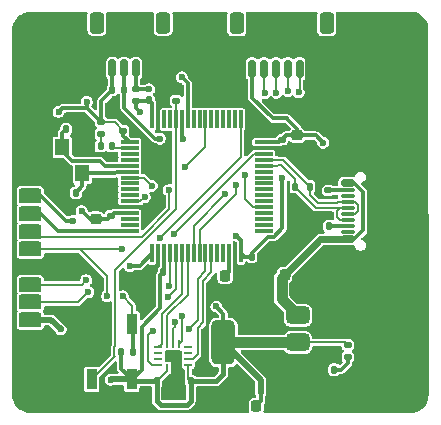
<source format=gtl>
G04 #@! TF.GenerationSoftware,KiCad,Pcbnew,9.0.1*
G04 #@! TF.CreationDate,2025-04-29T03:14:40+06:00*
G04 #@! TF.ProjectId,stm32f401,73746d33-3266-4343-9031-2e6b69636164,rev?*
G04 #@! TF.SameCoordinates,Original*
G04 #@! TF.FileFunction,Copper,L1,Top*
G04 #@! TF.FilePolarity,Positive*
%FSLAX46Y46*%
G04 Gerber Fmt 4.6, Leading zero omitted, Abs format (unit mm)*
G04 Created by KiCad (PCBNEW 9.0.1) date 2025-04-29 03:14:40*
%MOMM*%
%LPD*%
G01*
G04 APERTURE LIST*
G04 Aperture macros list*
%AMRoundRect*
0 Rectangle with rounded corners*
0 $1 Rounding radius*
0 $2 $3 $4 $5 $6 $7 $8 $9 X,Y pos of 4 corners*
0 Add a 4 corners polygon primitive as box body*
4,1,4,$2,$3,$4,$5,$6,$7,$8,$9,$2,$3,0*
0 Add four circle primitives for the rounded corners*
1,1,$1+$1,$2,$3*
1,1,$1+$1,$4,$5*
1,1,$1+$1,$6,$7*
1,1,$1+$1,$8,$9*
0 Add four rect primitives between the rounded corners*
20,1,$1+$1,$2,$3,$4,$5,0*
20,1,$1+$1,$4,$5,$6,$7,0*
20,1,$1+$1,$6,$7,$8,$9,0*
20,1,$1+$1,$8,$9,$2,$3,0*%
G04 Aperture macros list end*
G04 #@! TA.AperFunction,HeatsinkPad*
%ADD10O,1.800000X1.000000*%
G04 #@! TD*
G04 #@! TA.AperFunction,HeatsinkPad*
%ADD11O,2.100000X1.000000*%
G04 #@! TD*
G04 #@! TA.AperFunction,SMDPad,CuDef*
%ADD12RoundRect,0.150000X0.425000X-0.150000X0.425000X0.150000X-0.425000X0.150000X-0.425000X-0.150000X0*%
G04 #@! TD*
G04 #@! TA.AperFunction,SMDPad,CuDef*
%ADD13RoundRect,0.075000X0.500000X-0.075000X0.500000X0.075000X-0.500000X0.075000X-0.500000X-0.075000X0*%
G04 #@! TD*
G04 #@! TA.AperFunction,ComponentPad*
%ADD14C,0.800000*%
G04 #@! TD*
G04 #@! TA.AperFunction,ComponentPad*
%ADD15C,5.000000*%
G04 #@! TD*
G04 #@! TA.AperFunction,SMDPad,CuDef*
%ADD16RoundRect,0.135000X0.135000X0.185000X-0.135000X0.185000X-0.135000X-0.185000X0.135000X-0.185000X0*%
G04 #@! TD*
G04 #@! TA.AperFunction,SMDPad,CuDef*
%ADD17R,0.675000X0.250000*%
G04 #@! TD*
G04 #@! TA.AperFunction,SMDPad,CuDef*
%ADD18R,0.250000X0.675000*%
G04 #@! TD*
G04 #@! TA.AperFunction,SMDPad,CuDef*
%ADD19RoundRect,0.112500X0.112500X0.237500X-0.112500X0.237500X-0.112500X-0.237500X0.112500X-0.237500X0*%
G04 #@! TD*
G04 #@! TA.AperFunction,SMDPad,CuDef*
%ADD20RoundRect,0.225000X-0.225000X-0.250000X0.225000X-0.250000X0.225000X0.250000X-0.225000X0.250000X0*%
G04 #@! TD*
G04 #@! TA.AperFunction,SMDPad,CuDef*
%ADD21RoundRect,0.375000X0.625000X0.375000X-0.625000X0.375000X-0.625000X-0.375000X0.625000X-0.375000X0*%
G04 #@! TD*
G04 #@! TA.AperFunction,SMDPad,CuDef*
%ADD22RoundRect,0.500000X0.500000X1.400000X-0.500000X1.400000X-0.500000X-1.400000X0.500000X-1.400000X0*%
G04 #@! TD*
G04 #@! TA.AperFunction,SMDPad,CuDef*
%ADD23RoundRect,0.140000X-0.140000X-0.170000X0.140000X-0.170000X0.140000X0.170000X-0.140000X0.170000X0*%
G04 #@! TD*
G04 #@! TA.AperFunction,SMDPad,CuDef*
%ADD24RoundRect,0.140000X0.140000X0.170000X-0.140000X0.170000X-0.140000X-0.170000X0.140000X-0.170000X0*%
G04 #@! TD*
G04 #@! TA.AperFunction,SMDPad,CuDef*
%ADD25RoundRect,0.147500X-0.147500X-0.172500X0.147500X-0.172500X0.147500X0.172500X-0.147500X0.172500X0*%
G04 #@! TD*
G04 #@! TA.AperFunction,SMDPad,CuDef*
%ADD26RoundRect,0.135000X-0.185000X0.135000X-0.185000X-0.135000X0.185000X-0.135000X0.185000X0.135000X0*%
G04 #@! TD*
G04 #@! TA.AperFunction,SMDPad,CuDef*
%ADD27RoundRect,0.135000X-0.135000X-0.185000X0.135000X-0.185000X0.135000X0.185000X-0.135000X0.185000X0*%
G04 #@! TD*
G04 #@! TA.AperFunction,SMDPad,CuDef*
%ADD28R,0.900000X1.700000*%
G04 #@! TD*
G04 #@! TA.AperFunction,SMDPad,CuDef*
%ADD29RoundRect,0.250000X0.350000X0.650000X-0.350000X0.650000X-0.350000X-0.650000X0.350000X-0.650000X0*%
G04 #@! TD*
G04 #@! TA.AperFunction,SMDPad,CuDef*
%ADD30RoundRect,0.150000X0.150000X0.625000X-0.150000X0.625000X-0.150000X-0.625000X0.150000X-0.625000X0*%
G04 #@! TD*
G04 #@! TA.AperFunction,SMDPad,CuDef*
%ADD31RoundRect,0.190500X-0.762000X-0.444500X0.762000X-0.444500X0.762000X0.444500X-0.762000X0.444500X0*%
G04 #@! TD*
G04 #@! TA.AperFunction,SMDPad,CuDef*
%ADD32RoundRect,0.140000X-0.170000X0.140000X-0.170000X-0.140000X0.170000X-0.140000X0.170000X0.140000X0*%
G04 #@! TD*
G04 #@! TA.AperFunction,SMDPad,CuDef*
%ADD33R,1.200000X1.400000*%
G04 #@! TD*
G04 #@! TA.AperFunction,SMDPad,CuDef*
%ADD34RoundRect,0.225000X-0.250000X0.225000X-0.250000X-0.225000X0.250000X-0.225000X0.250000X0.225000X0*%
G04 #@! TD*
G04 #@! TA.AperFunction,SMDPad,CuDef*
%ADD35RoundRect,0.135000X0.185000X-0.135000X0.185000X0.135000X-0.185000X0.135000X-0.185000X-0.135000X0*%
G04 #@! TD*
G04 #@! TA.AperFunction,SMDPad,CuDef*
%ADD36RoundRect,0.147500X0.147500X0.172500X-0.147500X0.172500X-0.147500X-0.172500X0.147500X-0.172500X0*%
G04 #@! TD*
G04 #@! TA.AperFunction,SMDPad,CuDef*
%ADD37RoundRect,0.225000X0.225000X0.250000X-0.225000X0.250000X-0.225000X-0.250000X0.225000X-0.250000X0*%
G04 #@! TD*
G04 #@! TA.AperFunction,SMDPad,CuDef*
%ADD38RoundRect,0.075000X-0.700000X-0.075000X0.700000X-0.075000X0.700000X0.075000X-0.700000X0.075000X0*%
G04 #@! TD*
G04 #@! TA.AperFunction,SMDPad,CuDef*
%ADD39RoundRect,0.075000X-0.075000X-0.700000X0.075000X-0.700000X0.075000X0.700000X-0.075000X0.700000X0*%
G04 #@! TD*
G04 #@! TA.AperFunction,ViaPad*
%ADD40C,0.600000*%
G04 #@! TD*
G04 #@! TA.AperFunction,Conductor*
%ADD41C,0.600000*%
G04 #@! TD*
G04 #@! TA.AperFunction,Conductor*
%ADD42C,0.900000*%
G04 #@! TD*
G04 #@! TA.AperFunction,Conductor*
%ADD43C,0.300000*%
G04 #@! TD*
G04 #@! TA.AperFunction,Conductor*
%ADD44C,0.500000*%
G04 #@! TD*
G04 #@! TA.AperFunction,Conductor*
%ADD45C,0.400000*%
G04 #@! TD*
G04 #@! TA.AperFunction,Conductor*
%ADD46C,0.200000*%
G04 #@! TD*
G04 APERTURE END LIST*
D10*
G04 #@! TO.P,J1,S1,SHIELD*
G04 #@! TO.N,GND*
X73645000Y-63050000D03*
D11*
X69465000Y-63050000D03*
D10*
X73645000Y-71690000D03*
D11*
X69465000Y-71690000D03*
D12*
G04 #@! TO.P,J1,B12,GND*
X68890000Y-70570000D03*
G04 #@! TO.P,J1,B9,VBUS*
G04 #@! TO.N,VBUS*
X68890000Y-69770000D03*
D13*
G04 #@! TO.P,J1,B8,SBU2*
G04 #@! TO.N,unconnected-(J1-SBU2-PadB8)*
X68890000Y-69120000D03*
G04 #@! TO.P,J1,B7,D-*
G04 #@! TO.N,USB_D-*
X68890000Y-68120000D03*
G04 #@! TO.P,J1,B6,D+*
G04 #@! TO.N,USB_D+*
X68890000Y-66620000D03*
G04 #@! TO.P,J1,B5,CC2*
G04 #@! TO.N,Net-(J1-CC2)*
X68890000Y-65620000D03*
D12*
G04 #@! TO.P,J1,B4,VBUS*
G04 #@! TO.N,VBUS*
X68890000Y-64970000D03*
G04 #@! TO.P,J1,B1,GND*
G04 #@! TO.N,GND*
X68890000Y-64170000D03*
G04 #@! TO.P,J1,A12,GND*
X68890000Y-64170000D03*
G04 #@! TO.P,J1,A9,VBUS*
G04 #@! TO.N,VBUS*
X68890000Y-64970000D03*
D13*
G04 #@! TO.P,J1,A8,SBU1*
G04 #@! TO.N,unconnected-(J1-SBU1-PadA8)*
X68890000Y-66120000D03*
G04 #@! TO.P,J1,A7,D-*
G04 #@! TO.N,USB_D-*
X68890000Y-67120000D03*
G04 #@! TO.P,J1,A6,D+*
G04 #@! TO.N,USB_D+*
X68890000Y-67620000D03*
G04 #@! TO.P,J1,A5,CC1*
G04 #@! TO.N,Net-(J1-CC1)*
X68890000Y-68620000D03*
D12*
G04 #@! TO.P,J1,A4,VBUS*
G04 #@! TO.N,VBUS*
X68890000Y-69770000D03*
G04 #@! TO.P,J1,A1,GND*
G04 #@! TO.N,GND*
X68890000Y-70570000D03*
G04 #@! TD*
D14*
G04 #@! TO.P,H4,1,1*
G04 #@! TO.N,GND*
X43340000Y-79615000D03*
X44665825Y-80164175D03*
X42014175Y-80164175D03*
X45215000Y-81490000D03*
D15*
X43340000Y-81490000D03*
D14*
X41465000Y-81490000D03*
X44665825Y-82815825D03*
X42014175Y-82815825D03*
X43340000Y-83365000D03*
G04 #@! TD*
G04 #@! TO.P,H3,1,1*
G04 #@! TO.N,GND*
X72820000Y-83285000D03*
X71494175Y-82735825D03*
X74145825Y-82735825D03*
X70945000Y-81410000D03*
D15*
X72820000Y-81410000D03*
D14*
X74695000Y-81410000D03*
X71494175Y-80084175D03*
X74145825Y-80084175D03*
X72820000Y-79535000D03*
G04 #@! TD*
G04 #@! TO.P,H2,1,1*
G04 #@! TO.N,GND*
X43410000Y-55295000D03*
X42084175Y-54745825D03*
X44735825Y-54745825D03*
X41535000Y-53420000D03*
D15*
X43410000Y-53420000D03*
D14*
X45285000Y-53420000D03*
X42084175Y-52094175D03*
X44735825Y-52094175D03*
X43410000Y-51545000D03*
G04 #@! TD*
G04 #@! TO.P,H1,1,1*
G04 #@! TO.N,GND*
X74635000Y-53470000D03*
X74085825Y-54795825D03*
X74085825Y-52144175D03*
X72760000Y-55345000D03*
D15*
X72760000Y-53470000D03*
D14*
X72760000Y-51595000D03*
X71434175Y-54795825D03*
X71434175Y-52144175D03*
X70885000Y-53470000D03*
G04 #@! TD*
D16*
G04 #@! TO.P,R3,2*
G04 #@! TO.N,+3V3*
X49720000Y-79260000D03*
G04 #@! TO.P,R3,1*
G04 #@! TO.N,NRST*
X50740000Y-79260000D03*
G04 #@! TD*
D17*
G04 #@! TO.P,U3,1,SDO*
G04 #@! TO.N,MISO*
X52877500Y-78887500D03*
G04 #@! TO.P,U3,2,ASDx*
G04 #@! TO.N,unconnected-(U3-ASDx-Pad2)*
X52877500Y-79387500D03*
G04 #@! TO.P,U3,3,ASCx*
G04 #@! TO.N,unconnected-(U3-ASCx-Pad3)*
X52877500Y-79887500D03*
G04 #@! TO.P,U3,4,INT1*
G04 #@! TO.N,INT1*
X52877500Y-80387500D03*
D18*
G04 #@! TO.P,U3,5,VDDIO*
G04 #@! TO.N,+3V3*
X53640000Y-80650000D03*
G04 #@! TO.P,U3,6,GNDIO*
G04 #@! TO.N,GND*
X54140000Y-80650000D03*
G04 #@! TO.P,U3,7,GND*
X54640000Y-80650000D03*
D17*
G04 #@! TO.P,U3,8,VDD*
G04 #@! TO.N,+3V3*
X55402500Y-80387500D03*
G04 #@! TO.P,U3,9,INT2*
G04 #@! TO.N,INT2*
X55402500Y-79887500D03*
G04 #@! TO.P,U3,10,OCSB*
G04 #@! TO.N,unconnected-(U3-OCSB-Pad10)*
X55402500Y-79387500D03*
G04 #@! TO.P,U3,11,OSDO*
G04 #@! TO.N,unconnected-(U3-OSDO-Pad11)*
X55402500Y-78887500D03*
D18*
G04 #@! TO.P,U3,12,CSB*
G04 #@! TO.N,CS*
X54640000Y-78625000D03*
G04 #@! TO.P,U3,13,SCx*
G04 #@! TO.N,SCLK*
X54140000Y-78625000D03*
G04 #@! TO.P,U3,14,SDx*
G04 #@! TO.N,MOSI*
X53640000Y-78625000D03*
G04 #@! TD*
D19*
G04 #@! TO.P,U1,1*
G04 #@! TO.N,USB_D+*
X65720000Y-65320000D03*
G04 #@! TO.P,U1,2*
G04 #@! TO.N,USB_D-*
X64420000Y-65320000D03*
G04 #@! TO.P,U1,3*
G04 #@! TO.N,GND*
X65070000Y-67320000D03*
G04 #@! TD*
D20*
G04 #@! TO.P,C17,2*
G04 #@! TO.N,GND*
X62725000Y-83850000D03*
G04 #@! TO.P,C17,1*
G04 #@! TO.N,+3V3*
X61175000Y-83850000D03*
G04 #@! TD*
D21*
G04 #@! TO.P,U2,3,VI*
G04 #@! TO.N,VBUS*
X64680000Y-76192500D03*
D22*
G04 #@! TO.P,U2,2,VO*
G04 #@! TO.N,+3V3*
X58380000Y-78492500D03*
D21*
X64680000Y-78492500D03*
G04 #@! TO.P,U2,1,GND*
G04 #@! TO.N,GND*
X64680000Y-80792500D03*
G04 #@! TD*
D23*
G04 #@! TO.P,C16,2*
G04 #@! TO.N,GND*
X62500000Y-82610000D03*
G04 #@! TO.P,C16,1*
G04 #@! TO.N,+3V3*
X61540000Y-82610000D03*
G04 #@! TD*
D24*
G04 #@! TO.P,C13,2*
G04 #@! TO.N,GND*
X62360000Y-74130000D03*
G04 #@! TO.P,C13,1*
G04 #@! TO.N,VBUS*
X63320000Y-74130000D03*
G04 #@! TD*
D25*
G04 #@! TO.P,D2,2,A*
G04 #@! TO.N,Net-(D2-A)*
X67762500Y-80790000D03*
G04 #@! TO.P,D2,1,K*
G04 #@! TO.N,GND*
X66792500Y-80790000D03*
G04 #@! TD*
D26*
G04 #@! TO.P,R5,2*
G04 #@! TO.N,Net-(D2-A)*
X68900000Y-79720000D03*
G04 #@! TO.P,R5,1*
G04 #@! TO.N,+3V3*
X68900000Y-78700000D03*
G04 #@! TD*
D27*
G04 #@! TO.P,R7,2*
G04 #@! TO.N,Net-(J1-CC1)*
X67290000Y-68630000D03*
G04 #@! TO.P,R7,1*
G04 #@! TO.N,GND*
X66270000Y-68630000D03*
G04 #@! TD*
D24*
G04 #@! TO.P,C7,2*
G04 #@! TO.N,GND*
X54680000Y-81780000D03*
G04 #@! TO.P,C7,1*
G04 #@! TO.N,+3V3*
X55640000Y-81780000D03*
G04 #@! TD*
D23*
G04 #@! TO.P,C1,2*
G04 #@! TO.N,GND*
X53690000Y-81790000D03*
G04 #@! TO.P,C1,1*
G04 #@! TO.N,+3V3*
X52730000Y-81790000D03*
G04 #@! TD*
D28*
G04 #@! TO.P,RST,2,2*
G04 #@! TO.N,NRST*
X50650000Y-76900000D03*
G04 #@! TO.P,RST,1,1*
G04 #@! TO.N,GND*
X47250000Y-76900000D03*
G04 #@! TD*
G04 #@! TO.P,BOOT0,2,2*
G04 #@! TO.N,BOOT0*
X47220000Y-81620000D03*
G04 #@! TO.P,BOOT0,1,1*
G04 #@! TO.N,+3V3*
X50620000Y-81620000D03*
G04 #@! TD*
D29*
G04 #@! TO.P,I2C1,MP*
G04 #@! TO.N,N/C*
X47670000Y-51415000D03*
X53270000Y-51415000D03*
D30*
G04 #@! TO.P,I2C1,4,Pin_4*
G04 #@! TO.N,+3V3*
X48970000Y-55290000D03*
G04 #@! TO.P,I2C1,3,Pin_3*
G04 #@! TO.N,I2C1_SDA*
X49970000Y-55290000D03*
G04 #@! TO.P,I2C1,2,Pin_2*
G04 #@! TO.N,I2C1_SCL*
X50970000Y-55290000D03*
G04 #@! TO.P,I2C1,1,Pin_1*
G04 #@! TO.N,GND*
X51970000Y-55290000D03*
G04 #@! TD*
D29*
G04 #@! TO.P,PWM1,MP*
G04 #@! TO.N,N/C*
X59520000Y-51455000D03*
X67120000Y-51455000D03*
D30*
G04 #@! TO.P,PWM1,6,Pin_6*
G04 #@! TO.N,+3V3*
X60820000Y-55330000D03*
G04 #@! TO.P,PWM1,5,Pin_5*
G04 #@! TO.N,T3C4*
X61820000Y-55330000D03*
G04 #@! TO.P,PWM1,4,Pin_4*
G04 #@! TO.N,T3C3*
X62820000Y-55330000D03*
G04 #@! TO.P,PWM1,3,Pin_3*
G04 #@! TO.N,T3C2*
X63820000Y-55330000D03*
G04 #@! TO.P,PWM1,2,Pin_2*
G04 #@! TO.N,T3C1*
X64820000Y-55330000D03*
G04 #@! TO.P,PWM1,1,Pin_1*
G04 #@! TO.N,GND*
X65820000Y-55330000D03*
G04 #@! TD*
D24*
G04 #@! TO.P,C15,1*
G04 #@! TO.N,+3V3*
X53280000Y-72540000D03*
G04 #@! TO.P,C15,2*
G04 #@! TO.N,GND*
X52320000Y-72540000D03*
G04 #@! TD*
D23*
G04 #@! TO.P,C2,1*
G04 #@! TO.N,+3V3*
X60760000Y-71220000D03*
G04 #@! TO.P,C2,2*
G04 #@! TO.N,GND*
X61720000Y-71220000D03*
G04 #@! TD*
D31*
G04 #@! TO.P,SWD,1,Pin_1*
G04 #@! TO.N,+3V3*
X42020000Y-76600000D03*
G04 #@! TO.P,SWD,2,Pin_2*
G04 #@! TO.N,SWDIO*
X42020000Y-75100000D03*
G04 #@! TO.P,SWD,3,Pin_3*
G04 #@! TO.N,SWCLK*
X42020000Y-73600000D03*
G04 #@! TO.P,SWD,4,Pin_4*
G04 #@! TO.N,GND*
X42020000Y-72100000D03*
G04 #@! TO.P,SWD,5,Pin_5*
G04 #@! TO.N,NRST*
X42020000Y-70600000D03*
G04 #@! TO.P,SWD,6,Pin_6*
G04 #@! TO.N,SWO*
X42020000Y-69100000D03*
G04 #@! TO.P,SWD,7,Pin_7*
G04 #@! TO.N,UART2_TX*
X42020000Y-67600000D03*
G04 #@! TO.P,SWD,8,Pin_8*
G04 #@! TO.N,UART2_RX*
X42020000Y-66100000D03*
G04 #@! TD*
D23*
G04 #@! TO.P,C8,1*
G04 #@! TO.N,/HSE_IN*
X45060000Y-60430000D03*
G04 #@! TO.P,C8,2*
G04 #@! TO.N,GND*
X46020000Y-60430000D03*
G04 #@! TD*
G04 #@! TO.P,C4,1*
G04 #@! TO.N,+3V3*
X52110000Y-58000000D03*
G04 #@! TO.P,C4,2*
G04 #@! TO.N,GND*
X53070000Y-58000000D03*
G04 #@! TD*
D32*
G04 #@! TO.P,C14,1*
G04 #@! TO.N,GND*
X49900000Y-59600000D03*
G04 #@! TO.P,C14,2*
G04 #@! TO.N,+3V3*
X49900000Y-60560000D03*
G04 #@! TD*
D33*
G04 #@! TO.P,Y1,1,1*
G04 #@! TO.N,/HSE_IN*
X44730000Y-61980000D03*
G04 #@! TO.P,Y1,2,2*
G04 #@! TO.N,GND*
X44730000Y-64180000D03*
G04 #@! TO.P,Y1,3,3*
G04 #@! TO.N,/HSE_OUT*
X46430000Y-64180000D03*
G04 #@! TO.P,Y1,4,4*
G04 #@! TO.N,GND*
X46430000Y-61980000D03*
G04 #@! TD*
D34*
G04 #@! TO.P,C3,1*
G04 #@! TO.N,GND*
X47560000Y-66495000D03*
G04 #@! TO.P,C3,2*
G04 #@! TO.N,+3V3*
X47560000Y-68045000D03*
G04 #@! TD*
D23*
G04 #@! TO.P,C9,1*
G04 #@! TO.N,GND*
X44930000Y-65800000D03*
G04 #@! TO.P,C9,2*
G04 #@! TO.N,/HSE_OUT*
X45890000Y-65800000D03*
G04 #@! TD*
D16*
G04 #@! TO.P,R1,1*
G04 #@! TO.N,I2C1_SDA*
X50000000Y-57110000D03*
G04 #@! TO.P,R1,2*
G04 #@! TO.N,+3V3*
X48980000Y-57110000D03*
G04 #@! TD*
D26*
G04 #@! TO.P,R2,1*
G04 #@! TO.N,I2C1_SCL*
X50950000Y-57050000D03*
G04 #@! TO.P,R2,2*
G04 #@! TO.N,+3V3*
X50950000Y-58070000D03*
G04 #@! TD*
D35*
G04 #@! TO.P,R4,1*
G04 #@! TO.N,BOOT0*
X54360000Y-58010000D03*
G04 #@! TO.P,R4,2*
G04 #@! TO.N,GND*
X54360000Y-56990000D03*
G04 #@! TD*
D36*
G04 #@! TO.P,D1,1,K*
G04 #@! TO.N,/USR_LED*
X48950000Y-61880000D03*
G04 #@! TO.P,D1,2,A*
G04 #@! TO.N,Net-(D1-A)*
X47980000Y-61880000D03*
G04 #@! TD*
D32*
G04 #@! TO.P,C5,1*
G04 #@! TO.N,GND*
X48830000Y-66830000D03*
G04 #@! TO.P,C5,2*
G04 #@! TO.N,+3V3*
X48830000Y-67790000D03*
G04 #@! TD*
D34*
G04 #@! TO.P,C10,1*
G04 #@! TO.N,+3V3*
X64630000Y-60965000D03*
G04 #@! TO.P,C10,2*
G04 #@! TO.N,GND*
X64630000Y-62515000D03*
G04 #@! TD*
D37*
G04 #@! TO.P,C12,1*
G04 #@! TO.N,VBUS*
X63575000Y-72770000D03*
G04 #@! TO.P,C12,2*
G04 #@! TO.N,GND*
X62025000Y-72770000D03*
G04 #@! TD*
D26*
G04 #@! TO.P,R8,1*
G04 #@! TO.N,GND*
X67240000Y-64600000D03*
G04 #@! TO.P,R8,2*
G04 #@! TO.N,Net-(J1-CC2)*
X67240000Y-65620000D03*
G04 #@! TD*
D20*
G04 #@! TO.P,C18,1*
G04 #@! TO.N,Net-(U4-VCAP1)*
X58515000Y-72840000D03*
G04 #@! TO.P,C18,2*
G04 #@! TO.N,GND*
X60065000Y-72840000D03*
G04 #@! TD*
D32*
G04 #@! TO.P,C6,1*
G04 #@! TO.N,+3V3*
X63330000Y-61310000D03*
G04 #@! TO.P,C6,2*
G04 #@! TO.N,GND*
X63330000Y-62270000D03*
G04 #@! TD*
D26*
G04 #@! TO.P,R6,1*
G04 #@! TO.N,+3V3*
X48010000Y-59840000D03*
G04 #@! TO.P,R6,2*
G04 #@! TO.N,Net-(D1-A)*
X48010000Y-60860000D03*
G04 #@! TD*
D38*
G04 #@! TO.P,U4,1,VBAT*
G04 #@! TO.N,+3V3*
X50435000Y-61530000D03*
G04 #@! TO.P,U4,2,PC13*
G04 #@! TO.N,/USR_LED*
X50435000Y-62030000D03*
G04 #@! TO.P,U4,3,PC14*
G04 #@! TO.N,unconnected-(U4-PC14-Pad3)*
X50435000Y-62530000D03*
G04 #@! TO.P,U4,4,PC15*
G04 #@! TO.N,unconnected-(U4-PC15-Pad4)*
X50435000Y-63030000D03*
G04 #@! TO.P,U4,5,PH0*
G04 #@! TO.N,/HSE_IN*
X50435000Y-63530000D03*
G04 #@! TO.P,U4,6,PH1*
G04 #@! TO.N,/HSE_OUT*
X50435000Y-64030000D03*
G04 #@! TO.P,U4,7,NRST*
G04 #@! TO.N,NRST*
X50435000Y-64530000D03*
G04 #@! TO.P,U4,8,PC0*
G04 #@! TO.N,unconnected-(U4-PC0-Pad8)*
X50435000Y-65030000D03*
G04 #@! TO.P,U4,9,PC1*
G04 #@! TO.N,unconnected-(U4-PC1-Pad9)*
X50435000Y-65530000D03*
G04 #@! TO.P,U4,10,PC2*
G04 #@! TO.N,unconnected-(U4-PC2-Pad10)*
X50435000Y-66030000D03*
G04 #@! TO.P,U4,11,PC3*
G04 #@! TO.N,T3C4*
X50435000Y-66530000D03*
G04 #@! TO.P,U4,12,VSSA*
G04 #@! TO.N,GND*
X50435000Y-67030000D03*
G04 #@! TO.P,U4,13,VREF+*
G04 #@! TO.N,+3V3*
X50435000Y-67530000D03*
G04 #@! TO.P,U4,14,PA0*
G04 #@! TO.N,unconnected-(U4-PA0-Pad14)*
X50435000Y-68030000D03*
G04 #@! TO.P,U4,15,PA1*
G04 #@! TO.N,unconnected-(U4-PA1-Pad15)*
X50435000Y-68530000D03*
G04 #@! TO.P,U4,16,PA2*
G04 #@! TO.N,UART2_TX*
X50435000Y-69030000D03*
D39*
G04 #@! TO.P,U4,17,PA3*
G04 #@! TO.N,UART2_RX*
X52360000Y-70955000D03*
G04 #@! TO.P,U4,18,VSS*
G04 #@! TO.N,GND*
X52860000Y-70955000D03*
G04 #@! TO.P,U4,19,VDD*
G04 #@! TO.N,+3V3*
X53360000Y-70955000D03*
G04 #@! TO.P,U4,20,PA4*
G04 #@! TO.N,CS*
X53860000Y-70955000D03*
G04 #@! TO.P,U4,21,PA5*
G04 #@! TO.N,SCLK*
X54360000Y-70955000D03*
G04 #@! TO.P,U4,22,PA6*
G04 #@! TO.N,MISO*
X54860000Y-70955000D03*
G04 #@! TO.P,U4,23,PA7*
G04 #@! TO.N,MOSI*
X55360000Y-70955000D03*
G04 #@! TO.P,U4,24,PC4*
G04 #@! TO.N,T3C3*
X55860000Y-70955000D03*
G04 #@! TO.P,U4,25,PC5*
G04 #@! TO.N,T3C2*
X56360000Y-70955000D03*
G04 #@! TO.P,U4,26,PB0*
G04 #@! TO.N,INT1*
X56860000Y-70955000D03*
G04 #@! TO.P,U4,27,PB1*
G04 #@! TO.N,INT2*
X57360000Y-70955000D03*
G04 #@! TO.P,U4,28,PB2*
G04 #@! TO.N,unconnected-(U4-PB2-Pad28)*
X57860000Y-70955000D03*
G04 #@! TO.P,U4,29,PB10*
G04 #@! TO.N,unconnected-(U4-PB10-Pad29)*
X58360000Y-70955000D03*
G04 #@! TO.P,U4,30,VCAP1*
G04 #@! TO.N,Net-(U4-VCAP1)*
X58860000Y-70955000D03*
G04 #@! TO.P,U4,31,VSS*
G04 #@! TO.N,GND*
X59360000Y-70955000D03*
G04 #@! TO.P,U4,32,VDD*
G04 #@! TO.N,+3V3*
X59860000Y-70955000D03*
D38*
G04 #@! TO.P,U4,33,PB12*
G04 #@! TO.N,unconnected-(U4-PB12-Pad33)*
X61785000Y-69030000D03*
G04 #@! TO.P,U4,34,PB13*
G04 #@! TO.N,unconnected-(U4-PB13-Pad34)*
X61785000Y-68530000D03*
G04 #@! TO.P,U4,35,PB14*
G04 #@! TO.N,unconnected-(U4-PB14-Pad35)*
X61785000Y-68030000D03*
G04 #@! TO.P,U4,36,PB15*
G04 #@! TO.N,unconnected-(U4-PB15-Pad36)*
X61785000Y-67530000D03*
G04 #@! TO.P,U4,37,PC6*
G04 #@! TO.N,T3C1*
X61785000Y-67030000D03*
G04 #@! TO.P,U4,38,PC7*
G04 #@! TO.N,unconnected-(U4-PC7-Pad38)*
X61785000Y-66530000D03*
G04 #@! TO.P,U4,39,PC8*
G04 #@! TO.N,unconnected-(U4-PC8-Pad39)*
X61785000Y-66030000D03*
G04 #@! TO.P,U4,40,PC9*
G04 #@! TO.N,unconnected-(U4-PC9-Pad40)*
X61785000Y-65530000D03*
G04 #@! TO.P,U4,41,PA8*
G04 #@! TO.N,unconnected-(U4-PA8-Pad41)*
X61785000Y-65030000D03*
G04 #@! TO.P,U4,42,PA9*
G04 #@! TO.N,unconnected-(U4-PA9-Pad42)*
X61785000Y-64530000D03*
G04 #@! TO.P,U4,43,PA10*
G04 #@! TO.N,unconnected-(U4-PA10-Pad43)*
X61785000Y-64030000D03*
G04 #@! TO.P,U4,44,PA11*
G04 #@! TO.N,USB_D-*
X61785000Y-63530000D03*
G04 #@! TO.P,U4,45,PA12*
G04 #@! TO.N,USB_D+*
X61785000Y-63030000D03*
G04 #@! TO.P,U4,46,PA13*
G04 #@! TO.N,SWDIO*
X61785000Y-62530000D03*
G04 #@! TO.P,U4,47,VSS*
G04 #@! TO.N,GND*
X61785000Y-62030000D03*
G04 #@! TO.P,U4,48,VDD*
G04 #@! TO.N,+3V3*
X61785000Y-61530000D03*
D39*
G04 #@! TO.P,U4,49,PA14*
G04 #@! TO.N,SWCLK*
X59860000Y-59605000D03*
G04 #@! TO.P,U4,50,PA15*
G04 #@! TO.N,unconnected-(U4-PA15-Pad50)*
X59360000Y-59605000D03*
G04 #@! TO.P,U4,51,PC10*
G04 #@! TO.N,unconnected-(U4-PC10-Pad51)*
X58860000Y-59605000D03*
G04 #@! TO.P,U4,52,PC11*
G04 #@! TO.N,unconnected-(U4-PC11-Pad52)*
X58360000Y-59605000D03*
G04 #@! TO.P,U4,53,PC12*
G04 #@! TO.N,unconnected-(U4-PC12-Pad53)*
X57860000Y-59605000D03*
G04 #@! TO.P,U4,54,PD2*
G04 #@! TO.N,unconnected-(U4-PD2-Pad54)*
X57360000Y-59605000D03*
G04 #@! TO.P,U4,55,PB3*
G04 #@! TO.N,SWO*
X56860000Y-59605000D03*
G04 #@! TO.P,U4,56,PB4*
G04 #@! TO.N,unconnected-(U4-PB4-Pad56)*
X56360000Y-59605000D03*
G04 #@! TO.P,U4,57,PB5*
G04 #@! TO.N,unconnected-(U4-PB5-Pad57)*
X55860000Y-59605000D03*
G04 #@! TO.P,U4,58,PB6*
G04 #@! TO.N,I2C1_SCL*
X55360000Y-59605000D03*
G04 #@! TO.P,U4,59,PB7*
G04 #@! TO.N,I2C1_SDA*
X54860000Y-59605000D03*
G04 #@! TO.P,U4,60,BOOT0*
G04 #@! TO.N,BOOT0*
X54360000Y-59605000D03*
G04 #@! TO.P,U4,61,PB8*
G04 #@! TO.N,unconnected-(U4-PB8-Pad61)*
X53860000Y-59605000D03*
G04 #@! TO.P,U4,62,PB9*
G04 #@! TO.N,unconnected-(U4-PB9-Pad62)*
X53360000Y-59605000D03*
G04 #@! TO.P,U4,63,VSS*
G04 #@! TO.N,GND*
X52860000Y-59605000D03*
G04 #@! TO.P,U4,64,VDD*
G04 #@! TO.N,+3V3*
X52360000Y-59605000D03*
G04 #@! TD*
D40*
G04 #@! TO.N,GND*
X66580000Y-82300000D03*
X65670000Y-82940000D03*
X64430000Y-83400000D03*
X52330000Y-73420000D03*
X65830000Y-57470000D03*
G04 #@! TO.N,+3V3*
X63370000Y-64590000D03*
X66820000Y-61580000D03*
G04 #@! TO.N,GND*
X67820000Y-70580000D03*
G04 #@! TO.N,T3C1*
X64750000Y-57310000D03*
X60180000Y-64310000D03*
G04 #@! TO.N,T3C2*
X63830000Y-57210000D03*
X59430000Y-65130000D03*
G04 #@! TO.N,T3C3*
X62850000Y-57340000D03*
X58550000Y-65940000D03*
G04 #@! TO.N,T3C4*
X61860000Y-57400000D03*
X51705332Y-66180553D03*
G04 #@! TO.N,+3V3*
X46810000Y-58120000D03*
X51330000Y-59000000D03*
X44430000Y-58970000D03*
X46380000Y-67370000D03*
G04 #@! TO.N,NRST*
X49860000Y-74580000D03*
X48530000Y-74560000D03*
G04 #@! TO.N,GND*
X47650000Y-74950000D03*
G04 #@! TO.N,+3V3*
X44600000Y-77390000D03*
X48820000Y-81640000D03*
G04 #@! TO.N,SWDIO*
X54214265Y-69264265D03*
X46950000Y-74230000D03*
G04 #@! TO.N,SWCLK*
X53000000Y-69630000D03*
X46750000Y-73220000D03*
G04 #@! TO.N,GND*
X43600000Y-72070000D03*
G04 #@! TO.N,NRST*
X52310000Y-65220000D03*
X49810000Y-70540000D03*
G04 #@! TO.N,SWO*
X55140000Y-63670000D03*
X53760000Y-65590000D03*
G04 #@! TO.N,UART2_RX*
X45679235Y-68169254D03*
X50450000Y-72020000D03*
G04 #@! TO.N,I2C1_SDA*
X53000000Y-61230000D03*
X54960000Y-61230000D03*
G04 #@! TO.N,+3V3*
X59470000Y-69450000D03*
X57770000Y-75440000D03*
G04 #@! TO.N,GND*
X49190000Y-58890000D03*
X53490000Y-56960000D03*
X53060000Y-57410000D03*
X65680000Y-62520000D03*
X65415000Y-68385000D03*
X61520000Y-74130000D03*
X62560000Y-71220000D03*
X61040000Y-72820000D03*
X54670000Y-82580000D03*
X53690000Y-82560000D03*
G04 #@! TO.N,INT1*
X55460000Y-77350000D03*
X52400000Y-77490000D03*
G04 #@! TO.N,CS*
X53755735Y-73705735D03*
X54860000Y-76230000D03*
G04 #@! TO.N,SCLK*
X53680000Y-74630000D03*
X54240000Y-76735568D03*
G04 #@! TO.N,GND*
X47900000Y-65420000D03*
X44150000Y-65800000D03*
X46750000Y-60430000D03*
G04 #@! TO.N,I2C1_SCL*
X54860000Y-56040000D03*
X52080000Y-57050000D03*
G04 #@! TD*
D41*
G04 #@! TO.N,VBUS*
X68890000Y-69770000D02*
X66575000Y-69770000D01*
X66575000Y-69770000D02*
X63575000Y-72770000D01*
D42*
X63320000Y-74130000D02*
X63320000Y-73025000D01*
X63320000Y-73025000D02*
X63575000Y-72770000D01*
X63320000Y-74130000D02*
X63320000Y-74832500D01*
X63320000Y-74832500D02*
X64680000Y-76192500D01*
G04 #@! TO.N,+3V3*
X58380000Y-78492500D02*
X64680000Y-78492500D01*
D43*
X61540000Y-82610000D02*
X61540000Y-83485000D01*
X61540000Y-83485000D02*
X61175000Y-83850000D01*
D44*
X58380000Y-78492500D02*
X61540000Y-81652500D01*
X61540000Y-81652500D02*
X61540000Y-82610000D01*
D45*
G04 #@! TO.N,GND*
X69465000Y-71690000D02*
X73645000Y-71690000D01*
X68890000Y-70570000D02*
X68890000Y-71115000D01*
X68890000Y-71115000D02*
X69465000Y-71690000D01*
D46*
X73645000Y-63050000D02*
X69465000Y-63050000D01*
D43*
X68890000Y-64170000D02*
X68890000Y-63625000D01*
X68890000Y-63625000D02*
X69465000Y-63050000D01*
G04 #@! TO.N,+3V3*
X60820000Y-55330000D02*
X60820000Y-57770000D01*
X60820000Y-57770000D02*
X62570000Y-59520000D01*
X62570000Y-59520000D02*
X63780000Y-59520000D01*
X53280000Y-72540000D02*
X53030000Y-72790000D01*
X53030000Y-75565090D02*
X51451000Y-77144090D01*
X53030000Y-72790000D02*
X53030000Y-75565090D01*
X51451000Y-77144090D02*
X51451000Y-80789000D01*
X51451000Y-80789000D02*
X50620000Y-81620000D01*
G04 #@! TO.N,GND*
X52320000Y-73410000D02*
X52330000Y-73420000D01*
X52320000Y-72540000D02*
X52320000Y-73410000D01*
X65820000Y-57460000D02*
X65830000Y-57470000D01*
X65820000Y-55330000D02*
X65820000Y-57460000D01*
G04 #@! TO.N,+3V3*
X64630000Y-60965000D02*
X66205000Y-60965000D01*
X66205000Y-60965000D02*
X66820000Y-61580000D01*
X63370000Y-68824534D02*
X63370000Y-64590000D01*
X60760000Y-71220000D02*
X60760000Y-70910001D01*
X60760000Y-70910001D02*
X62139001Y-69531000D01*
X62139001Y-69531000D02*
X62663534Y-69531000D01*
X62663534Y-69531000D02*
X63370000Y-68824534D01*
D46*
X63780000Y-59520000D02*
X63780000Y-59530000D01*
D43*
X63780000Y-59530000D02*
X64630000Y-60380000D01*
X64630000Y-60380000D02*
X64630000Y-60965000D01*
D46*
G04 #@! TO.N,GND*
X67830000Y-70570000D02*
X67820000Y-70580000D01*
D45*
X68890000Y-70570000D02*
X67830000Y-70570000D01*
D46*
G04 #@! TO.N,T3C1*
X64820000Y-55330000D02*
X64820000Y-57240000D01*
X64820000Y-57240000D02*
X64750000Y-57310000D01*
X61785000Y-67030000D02*
X60900000Y-67030000D01*
X60900000Y-67030000D02*
X60180000Y-66310000D01*
X60180000Y-66310000D02*
X60180000Y-64310000D01*
G04 #@! TO.N,T3C2*
X59430000Y-65909943D02*
X59430000Y-65130000D01*
X56360000Y-68979943D02*
X59430000Y-65909943D01*
X56360000Y-70955000D02*
X56360000Y-68979943D01*
X63830000Y-57210000D02*
X63830000Y-55340000D01*
X63830000Y-55340000D02*
X63820000Y-55330000D01*
G04 #@! TO.N,T3C3*
X62850000Y-57340000D02*
X62850000Y-57110000D01*
X62850000Y-57110000D02*
X62820000Y-57080000D01*
X62820000Y-57080000D02*
X62820000Y-55330000D01*
X55860000Y-68630000D02*
X58550000Y-65940000D01*
X55860000Y-70955000D02*
X55860000Y-68630000D01*
G04 #@! TO.N,T3C4*
X50435000Y-66530000D02*
X51355885Y-66530000D01*
X51355885Y-66530000D02*
X51705332Y-66180553D01*
X61860000Y-57400000D02*
X61820000Y-57360000D01*
X61820000Y-57360000D02*
X61820000Y-55330000D01*
D43*
G04 #@! TO.N,+3V3*
X46810000Y-58120000D02*
X46810000Y-58640000D01*
X50950000Y-58070000D02*
X50950000Y-58620000D01*
X50950000Y-58620000D02*
X51330000Y-59000000D01*
X46810000Y-58640000D02*
X46820000Y-58650000D01*
X44430000Y-58970000D02*
X44750000Y-58650000D01*
X44750000Y-58650000D02*
X46820000Y-58650000D01*
X46820000Y-58650000D02*
X48010000Y-59840000D01*
X48980000Y-57110000D02*
X48010000Y-58080000D01*
X48010000Y-58080000D02*
X48010000Y-59840000D01*
X47560000Y-68045000D02*
X47055000Y-68045000D01*
X47055000Y-68045000D02*
X46380000Y-67370000D01*
D46*
X64680000Y-78492500D02*
X68692500Y-78492500D01*
X68692500Y-78492500D02*
X68900000Y-78700000D01*
X53640000Y-80650000D02*
X53640000Y-80880000D01*
X53640000Y-80880000D02*
X52730000Y-81790000D01*
X55402500Y-80387500D02*
X55402500Y-81542500D01*
X55402500Y-81542500D02*
X55640000Y-81780000D01*
G04 #@! TO.N,NRST*
X50650000Y-76900000D02*
X50650000Y-75370000D01*
X50650000Y-75370000D02*
X49860000Y-74580000D01*
X46250000Y-70600000D02*
X46920000Y-70600000D01*
X46250000Y-70600000D02*
X48530000Y-72880000D01*
X48530000Y-72880000D02*
X48530000Y-74560000D01*
G04 #@! TO.N,BOOT0*
X47220000Y-81620000D02*
X49179830Y-79660170D01*
X49179830Y-79660170D02*
X49149000Y-79629340D01*
X49149000Y-79629340D02*
X49149000Y-78890660D01*
X49240000Y-72330000D02*
X54360000Y-67210000D01*
X54360000Y-67210000D02*
X54360000Y-59605000D01*
X49149000Y-78890660D02*
X49240000Y-78799660D01*
X49240000Y-78799660D02*
X49240000Y-72330000D01*
G04 #@! TO.N,NRST*
X46920000Y-70600000D02*
X49750000Y-70600000D01*
D43*
G04 #@! TO.N,GND*
X47250000Y-75350000D02*
X47650000Y-74950000D01*
X47250000Y-76900000D02*
X47250000Y-75350000D01*
D44*
G04 #@! TO.N,+3V3*
X42020000Y-76600000D02*
X43810000Y-76600000D01*
X43810000Y-76600000D02*
X44600000Y-77390000D01*
X50620000Y-81620000D02*
X48840000Y-81620000D01*
D43*
X48840000Y-81620000D02*
X48820000Y-81640000D01*
D46*
G04 #@! TO.N,SWDIO*
X54214265Y-69264265D02*
X60948530Y-62530000D01*
X60948530Y-62530000D02*
X61785000Y-62530000D01*
X42020000Y-75100000D02*
X46080000Y-75100000D01*
X46080000Y-75100000D02*
X46950000Y-74230000D01*
G04 #@! TO.N,SWCLK*
X59860000Y-59605000D02*
X59860000Y-62770000D01*
X59860000Y-62770000D02*
X53000000Y-69630000D01*
X46370000Y-73600000D02*
X46750000Y-73220000D01*
X42020000Y-73600000D02*
X46370000Y-73600000D01*
D43*
G04 #@! TO.N,GND*
X43570000Y-72100000D02*
X43600000Y-72070000D01*
X42020000Y-72100000D02*
X43570000Y-72100000D01*
D46*
G04 #@! TO.N,NRST*
X52310000Y-65220000D02*
X51620000Y-64530000D01*
X51620000Y-64530000D02*
X50435000Y-64530000D01*
X42020000Y-70600000D02*
X46250000Y-70600000D01*
X49750000Y-70600000D02*
X49810000Y-70540000D01*
G04 #@! TO.N,SWO*
X53810000Y-65780000D02*
X53810000Y-67192900D01*
X53760000Y-65590000D02*
X53760000Y-65730000D01*
X53760000Y-65730000D02*
X53810000Y-65780000D01*
X53810000Y-67192900D02*
X51471900Y-69531000D01*
X51471900Y-69531000D02*
X42451000Y-69531000D01*
X56860000Y-59605000D02*
X56860000Y-61950000D01*
X56860000Y-61950000D02*
X55140000Y-63670000D01*
D43*
X42020000Y-69100000D02*
X42451000Y-69531000D01*
G04 #@! TO.N,UART2_RX*
X45041754Y-68169254D02*
X45679235Y-68169254D01*
X42972500Y-66100000D02*
X45041754Y-68169254D01*
X51295000Y-72020000D02*
X52360000Y-70955000D01*
X42020000Y-66100000D02*
X42972500Y-66100000D01*
X50450000Y-72020000D02*
X51295000Y-72020000D01*
G04 #@! TO.N,UART2_TX*
X42020000Y-67600000D02*
X42972500Y-67600000D01*
X42972500Y-67600000D02*
X44402500Y-69030000D01*
X44402500Y-69030000D02*
X50435000Y-69030000D01*
G04 #@! TO.N,+3V3*
X53360000Y-70955000D02*
X53360000Y-72460000D01*
X53360000Y-72460000D02*
X53280000Y-72540000D01*
G04 #@! TO.N,GND*
X52860000Y-70955000D02*
X52860000Y-71840000D01*
X52860000Y-71840000D02*
X52320000Y-72380000D01*
X52320000Y-72380000D02*
X52320000Y-72540000D01*
G04 #@! TO.N,I2C1_SDA*
X54860000Y-60484534D02*
X54860000Y-61130000D01*
X54860000Y-61130000D02*
X54960000Y-61230000D01*
X53000000Y-61230000D02*
X52605466Y-61230000D01*
X52605466Y-61230000D02*
X50000000Y-58624534D01*
X50000000Y-58624534D02*
X50000000Y-57110000D01*
G04 #@! TO.N,+3V3*
X59860000Y-70955000D02*
X59860000Y-69840000D01*
X59860000Y-69840000D02*
X59470000Y-69450000D01*
X58380000Y-76050000D02*
X58380000Y-78492500D01*
X57770000Y-75440000D02*
X58380000Y-76050000D01*
G04 #@! TO.N,GND*
X49900000Y-59600000D02*
X49190000Y-58890000D01*
G04 #@! TO.N,+3V3*
X49900000Y-60560000D02*
X49900000Y-60995000D01*
X49900000Y-60995000D02*
X50435000Y-61530000D01*
D46*
X48010000Y-59840000D02*
X49180000Y-59840000D01*
X49180000Y-59840000D02*
X49900000Y-60560000D01*
G04 #@! TO.N,Net-(D1-A)*
X47980000Y-61880000D02*
X47980000Y-60890000D01*
X47980000Y-60890000D02*
X48010000Y-60860000D01*
G04 #@! TO.N,/USR_LED*
X50435000Y-62030000D02*
X49100000Y-62030000D01*
X49100000Y-62030000D02*
X48950000Y-61880000D01*
D43*
G04 #@! TO.N,GND*
X54360000Y-56990000D02*
X53520000Y-56990000D01*
X53520000Y-56990000D02*
X53490000Y-56960000D01*
X53490000Y-56810000D02*
X53490000Y-56960000D01*
X53060000Y-56380000D02*
X53490000Y-56810000D01*
X53060000Y-57410000D02*
X53060000Y-57990000D01*
X53060000Y-56380000D02*
X51970000Y-55290000D01*
X53060000Y-57990000D02*
X53070000Y-58000000D01*
X65675000Y-62515000D02*
X65680000Y-62520000D01*
X64630000Y-62515000D02*
X65675000Y-62515000D01*
G04 #@! TO.N,+3V3*
X64630000Y-60965000D02*
X63675000Y-60965000D01*
X63675000Y-60965000D02*
X63330000Y-61310000D01*
X61785000Y-61530000D02*
X63110000Y-61530000D01*
X63110000Y-61530000D02*
X63330000Y-61310000D01*
G04 #@! TO.N,GND*
X64630000Y-62515000D02*
X63575000Y-62515000D01*
X63575000Y-62515000D02*
X63330000Y-62270000D01*
X61785000Y-62030000D02*
X63090000Y-62030000D01*
X63090000Y-62030000D02*
X63330000Y-62270000D01*
D46*
G04 #@! TO.N,USB_D-*
X68890000Y-68120000D02*
X68281176Y-68120000D01*
X68281176Y-68120000D02*
X68014000Y-67852824D01*
X68014000Y-67852824D02*
X68014000Y-67387176D01*
X68014000Y-67387176D02*
X68281176Y-67120000D01*
X68281176Y-67120000D02*
X68890000Y-67120000D01*
D43*
G04 #@! TO.N,GND*
X65415000Y-68385000D02*
X65070000Y-68040000D01*
X66270000Y-68630000D02*
X65660000Y-68630000D01*
X65660000Y-68630000D02*
X65415000Y-68385000D01*
X65070000Y-68040000D02*
X65070000Y-67320000D01*
G04 #@! TO.N,Net-(J1-CC1)*
X68890000Y-68620000D02*
X67300000Y-68620000D01*
X67300000Y-68620000D02*
X67290000Y-68630000D01*
G04 #@! TO.N,GND*
X67240000Y-64600000D02*
X67670000Y-64170000D01*
X67670000Y-64170000D02*
X68890000Y-64170000D01*
G04 #@! TO.N,Net-(J1-CC2)*
X68890000Y-65620000D02*
X67240000Y-65620000D01*
G04 #@! TO.N,GND*
X62360000Y-74130000D02*
X61520000Y-74130000D01*
X61720000Y-71220000D02*
X62560000Y-71220000D01*
X62025000Y-72770000D02*
X61090000Y-72770000D01*
X61090000Y-72770000D02*
X61040000Y-72820000D01*
X61020000Y-72840000D02*
X61040000Y-72820000D01*
X60065000Y-72840000D02*
X61020000Y-72840000D01*
G04 #@! TO.N,+3V3*
X60760000Y-71220000D02*
X60125000Y-71220000D01*
X60125000Y-71220000D02*
X59860000Y-70955000D01*
G04 #@! TO.N,Net-(U4-VCAP1)*
X58860000Y-70955000D02*
X58860000Y-72495000D01*
X58860000Y-72495000D02*
X58515000Y-72840000D01*
G04 #@! TO.N,GND*
X59360000Y-70955000D02*
X59360000Y-72135000D01*
X59360000Y-72135000D02*
X60065000Y-72840000D01*
D45*
G04 #@! TO.N,+3V3*
X58380000Y-78492500D02*
X58380000Y-81180000D01*
X58380000Y-81180000D02*
X57780000Y-81780000D01*
X57780000Y-81780000D02*
X55640000Y-81780000D01*
X52730000Y-81790000D02*
X52730000Y-83470000D01*
X52730000Y-83470000D02*
X53060000Y-83800000D01*
X53060000Y-83800000D02*
X55260000Y-83800000D01*
X55260000Y-83800000D02*
X55640000Y-83420000D01*
X55640000Y-83420000D02*
X55640000Y-81780000D01*
D43*
G04 #@! TO.N,GND*
X54680000Y-82650000D02*
X54670000Y-82660000D01*
X54680000Y-81780000D02*
X54680000Y-82650000D01*
X53690000Y-81790000D02*
X53690000Y-82560000D01*
X54140000Y-80650000D02*
X54140000Y-81340000D01*
X54140000Y-81340000D02*
X53690000Y-81790000D01*
X54640000Y-80650000D02*
X54640000Y-81740000D01*
X54640000Y-81740000D02*
X54680000Y-81780000D01*
X53690000Y-81790000D02*
X54670000Y-81790000D01*
X54670000Y-81790000D02*
X54680000Y-81780000D01*
G04 #@! TO.N,+3V3*
X49720000Y-79260000D02*
X49720000Y-80720000D01*
X49720000Y-80720000D02*
X50620000Y-81620000D01*
G04 #@! TO.N,NRST*
X50740000Y-79260000D02*
X50740000Y-76990000D01*
X50740000Y-76990000D02*
X50650000Y-76900000D01*
D45*
G04 #@! TO.N,+3V3*
X52730000Y-81790000D02*
X50790000Y-81790000D01*
D43*
X50790000Y-81790000D02*
X50620000Y-81620000D01*
D46*
G04 #@! TO.N,INT2*
X55402500Y-79887500D02*
X55812500Y-79887500D01*
X55812500Y-79887500D02*
X56200000Y-79500000D01*
X56200000Y-79500000D02*
X56200000Y-77231000D01*
X56200000Y-77231000D02*
X56641000Y-76790000D01*
X56641000Y-76790000D02*
X56641000Y-73256100D01*
X56641000Y-73256100D02*
X57360000Y-72537100D01*
X57360000Y-72537100D02*
X57360000Y-70955000D01*
G04 #@! TO.N,INT1*
X56860000Y-70955000D02*
X56860000Y-72470000D01*
X56860000Y-72470000D02*
X56240000Y-73090000D01*
X56240000Y-73090000D02*
X56240000Y-76570000D01*
X56240000Y-76570000D02*
X55460000Y-77350000D01*
X52330000Y-77490000D02*
X52400000Y-77490000D01*
X51960000Y-77860000D02*
X52330000Y-77490000D01*
X52239000Y-80309000D02*
X51960000Y-80030000D01*
X52239000Y-80313500D02*
X52239000Y-80309000D01*
X51960000Y-80030000D02*
X51960000Y-77860000D01*
G04 #@! TO.N,SCLK*
X54240000Y-76735568D02*
X54240000Y-77180000D01*
X54240000Y-77180000D02*
X54140000Y-77280000D01*
X54140000Y-77280000D02*
X54140000Y-78625000D01*
G04 #@! TO.N,INT1*
X52313000Y-80387500D02*
X52239000Y-80313500D01*
X52877500Y-80387500D02*
X52313000Y-80387500D01*
G04 #@! TO.N,CS*
X53860000Y-70955000D02*
X53860000Y-73601470D01*
X53860000Y-73601470D02*
X53755735Y-73705735D01*
X54640000Y-78625000D02*
X54860000Y-78405000D01*
X54860000Y-78405000D02*
X54860000Y-76230000D01*
G04 #@! TO.N,SCLK*
X53680000Y-74630000D02*
X54360000Y-73950000D01*
X54360000Y-73950000D02*
X54360000Y-70955000D01*
G04 #@! TO.N,MISO*
X54860000Y-70955000D02*
X54860000Y-74372900D01*
X54860000Y-74372900D02*
X53170000Y-76062900D01*
X53170000Y-76062900D02*
X53170000Y-78595000D01*
X53170000Y-78595000D02*
X52877500Y-78887500D01*
G04 #@! TO.N,MOSI*
X53640000Y-78625000D02*
X53640000Y-76160000D01*
X53640000Y-76160000D02*
X55360000Y-74440000D01*
X55360000Y-74440000D02*
X55360000Y-70955000D01*
D43*
G04 #@! TO.N,GND*
X47560000Y-65760000D02*
X47900000Y-65420000D01*
X47560000Y-66495000D02*
X47560000Y-65760000D01*
G04 #@! TO.N,+3V3*
X50435000Y-67530000D02*
X49090000Y-67530000D01*
X49090000Y-67530000D02*
X48830000Y-67790000D01*
X47560000Y-68045000D02*
X48575000Y-68045000D01*
X48575000Y-68045000D02*
X48830000Y-67790000D01*
G04 #@! TO.N,GND*
X47560000Y-66495000D02*
X48495000Y-66495000D01*
X48495000Y-66495000D02*
X48830000Y-66830000D01*
X50435000Y-67030000D02*
X49030000Y-67030000D01*
X49030000Y-67030000D02*
X48830000Y-66830000D01*
X44930000Y-65800000D02*
X44150000Y-65800000D01*
X44730000Y-64180000D02*
X44730000Y-65600000D01*
X44730000Y-65600000D02*
X44930000Y-65800000D01*
G04 #@! TO.N,/HSE_OUT*
X46430000Y-64180000D02*
X46430000Y-65260000D01*
X46430000Y-65260000D02*
X45890000Y-65800000D01*
G04 #@! TO.N,/HSE_IN*
X44730000Y-61980000D02*
X44730000Y-60760000D01*
X44730000Y-60760000D02*
X45060000Y-60430000D01*
G04 #@! TO.N,GND*
X46020000Y-60430000D02*
X46750000Y-60430000D01*
X46020000Y-60430000D02*
X46020000Y-61570000D01*
X46020000Y-61570000D02*
X46430000Y-61980000D01*
G04 #@! TO.N,/HSE_IN*
X44730000Y-61980000D02*
X44730000Y-62282000D01*
X45577000Y-63129000D02*
X47929000Y-63129000D01*
X44730000Y-62282000D02*
X45577000Y-63129000D01*
X47929000Y-63129000D02*
X48330000Y-63530000D01*
X48330000Y-63530000D02*
X50435000Y-63530000D01*
G04 #@! TO.N,/HSE_OUT*
X50435000Y-64030000D02*
X49340000Y-64030000D01*
X49340000Y-64030000D02*
X49190000Y-64180000D01*
X49190000Y-64180000D02*
X46430000Y-64180000D01*
G04 #@! TO.N,I2C1_SCL*
X55360000Y-59605000D02*
X55360000Y-56540000D01*
X55360000Y-56540000D02*
X54860000Y-56040000D01*
X50950000Y-57050000D02*
X52080000Y-57050000D01*
G04 #@! TO.N,+3V3*
X50950000Y-58070000D02*
X52040000Y-58070000D01*
X52040000Y-58070000D02*
X52110000Y-58000000D01*
G04 #@! TO.N,I2C1_SCL*
X50970000Y-55290000D02*
X50970000Y-57030000D01*
X50970000Y-57030000D02*
X50950000Y-57050000D01*
G04 #@! TO.N,I2C1_SDA*
X54860000Y-60484534D02*
X54860000Y-59605000D01*
X49970000Y-55290000D02*
X49970000Y-57080000D01*
X49970000Y-57080000D02*
X50000000Y-57110000D01*
G04 #@! TO.N,+3V3*
X48970000Y-55290000D02*
X48970000Y-57100000D01*
X48970000Y-57100000D02*
X48980000Y-57110000D01*
X52360000Y-59605000D02*
X52360000Y-58250000D01*
X52360000Y-58250000D02*
X52110000Y-58000000D01*
G04 #@! TO.N,GND*
X52860000Y-58210000D02*
X53070000Y-58000000D01*
X52860000Y-59605000D02*
X52860000Y-58210000D01*
D46*
G04 #@! TO.N,BOOT0*
X54360000Y-59605000D02*
X54360000Y-58010000D01*
G04 #@! TO.N,USB_D+*
X65720000Y-65320000D02*
X65720000Y-65983603D01*
X65720000Y-65983603D02*
X66381397Y-66645000D01*
G04 #@! TO.N,USB_D-*
X64420000Y-65320000D02*
X66195000Y-67095000D01*
G04 #@! TO.N,USB_D+*
X66381397Y-66645000D02*
X68002499Y-66645000D01*
X68002499Y-66645000D02*
X68027499Y-66620000D01*
X68027499Y-66620000D02*
X68890000Y-66620000D01*
G04 #@! TO.N,USB_D-*
X68002499Y-67095000D02*
X68027499Y-67120000D01*
X66195000Y-67095000D02*
X68002499Y-67095000D01*
X68027499Y-67120000D02*
X68890000Y-67120000D01*
X61785000Y-63530000D02*
X62947501Y-63530000D01*
X64420000Y-64656397D02*
X64420000Y-65320000D01*
X62972501Y-63505000D02*
X63268603Y-63505000D01*
X62947501Y-63530000D02*
X62972501Y-63505000D01*
X63268603Y-63505000D02*
X64420000Y-64656397D01*
G04 #@! TO.N,USB_D+*
X61785000Y-63030000D02*
X62947501Y-63030000D01*
X62947501Y-63030000D02*
X62972501Y-63055000D01*
X62972501Y-63055000D02*
X63455000Y-63055000D01*
X63455000Y-63055000D02*
X65720000Y-65320000D01*
G04 #@! TO.N,USB_D-*
X62410000Y-63530000D02*
X62435000Y-63505000D01*
G04 #@! TO.N,USB_D+*
X62410000Y-63030000D02*
X62435000Y-63055000D01*
D43*
G04 #@! TO.N,Net-(D2-A)*
X68900000Y-80250000D02*
X68900000Y-79720000D01*
X68360000Y-80790000D02*
X68900000Y-80250000D01*
X67762500Y-80790000D02*
X68360000Y-80790000D01*
D46*
G04 #@! TO.N,USB_D+*
X68890000Y-67620000D02*
X69498824Y-67620000D01*
X69766000Y-67352824D02*
X69766000Y-66887176D01*
X69498824Y-67620000D02*
X69766000Y-67352824D01*
X69766000Y-66887176D02*
X69498824Y-66620000D01*
D43*
G04 #@! TO.N,VBUS*
X68890000Y-64970000D02*
X69428281Y-64970000D01*
X70217000Y-68981281D02*
X69428281Y-69770000D01*
X70217000Y-65758719D02*
X70217000Y-68981281D01*
D46*
G04 #@! TO.N,USB_D+*
X69498824Y-66620000D02*
X68890000Y-66620000D01*
D43*
G04 #@! TO.N,VBUS*
X69428281Y-64970000D02*
X70217000Y-65758719D01*
X69428281Y-69770000D02*
X68890000Y-69770000D01*
G04 #@! TD*
G04 #@! TA.AperFunction,Conductor*
G04 #@! TO.N,GND*
G36*
X74140931Y-50480948D02*
G01*
X74143588Y-50480686D01*
X74157105Y-50481287D01*
X74169897Y-50484715D01*
X74234112Y-50484714D01*
X74236876Y-50484837D01*
X74240207Y-50485029D01*
X74440350Y-50499342D01*
X74457853Y-50501859D01*
X74649585Y-50543567D01*
X74666550Y-50548548D01*
X74850407Y-50617123D01*
X74866479Y-50624463D01*
X75038706Y-50718505D01*
X75053575Y-50728061D01*
X75210654Y-50845648D01*
X75224025Y-50857234D01*
X75362765Y-50995974D01*
X75374351Y-51009345D01*
X75491933Y-51166417D01*
X75501496Y-51181297D01*
X75510122Y-51197095D01*
X75595531Y-51353509D01*
X75602879Y-51369599D01*
X75608769Y-51385390D01*
X75671449Y-51553444D01*
X75676433Y-51570419D01*
X75718139Y-51762141D01*
X75720657Y-51779654D01*
X75734969Y-51979790D01*
X75735285Y-51988635D01*
X75735285Y-52057916D01*
X75735309Y-52058293D01*
X75745282Y-82965971D01*
X75744966Y-82974857D01*
X75730655Y-83174955D01*
X75728137Y-83192467D01*
X75686430Y-83384189D01*
X75681446Y-83401164D01*
X75612879Y-83585000D01*
X75605529Y-83601095D01*
X75511494Y-83773304D01*
X75501929Y-83788186D01*
X75384347Y-83945257D01*
X75372761Y-83958629D01*
X75234017Y-84097372D01*
X75220646Y-84108957D01*
X75063575Y-84226538D01*
X75048696Y-84236100D01*
X74895521Y-84319740D01*
X74876489Y-84330132D01*
X74860396Y-84337481D01*
X74676552Y-84406050D01*
X74659577Y-84411034D01*
X74467858Y-84452739D01*
X74450345Y-84455257D01*
X74250018Y-84469583D01*
X74241133Y-84469899D01*
X61893415Y-84465916D01*
X61826382Y-84446210D01*
X61780644Y-84393391D01*
X61770723Y-84324229D01*
X61782969Y-84285624D01*
X61809719Y-84233126D01*
X61809921Y-84231852D01*
X61825500Y-84133493D01*
X61825500Y-83724725D01*
X61842113Y-83662724D01*
X61866614Y-83620288D01*
X61878859Y-83574588D01*
X61890500Y-83531144D01*
X61890500Y-83102402D01*
X61910185Y-83035363D01*
X61926819Y-83014721D01*
X61963224Y-82978316D01*
X62013972Y-82869487D01*
X62020500Y-82819901D01*
X62020499Y-82400100D01*
X62013972Y-82350513D01*
X62013969Y-82350506D01*
X62013969Y-82350505D01*
X62002118Y-82325090D01*
X61990500Y-82272686D01*
X61990500Y-81593193D01*
X61990500Y-81593191D01*
X61959799Y-81478614D01*
X61959799Y-81478613D01*
X61959799Y-81478612D01*
X61900492Y-81375889D01*
X61900488Y-81375884D01*
X60900259Y-80375655D01*
X59879283Y-79354680D01*
X59845799Y-79293358D01*
X59850783Y-79223666D01*
X59892655Y-79167733D01*
X59958119Y-79143316D01*
X59966965Y-79143000D01*
X63479847Y-79143000D01*
X63546886Y-79162685D01*
X63578222Y-79191513D01*
X63644549Y-79277951D01*
X63764767Y-79370198D01*
X63904764Y-79428187D01*
X64017280Y-79443000D01*
X64017287Y-79443000D01*
X65342713Y-79443000D01*
X65342720Y-79443000D01*
X65455236Y-79428187D01*
X65595233Y-79370198D01*
X65715451Y-79277951D01*
X65807698Y-79157733D01*
X65865687Y-79017736D01*
X65880500Y-78905220D01*
X65881030Y-78901195D01*
X65882981Y-78901451D01*
X65904292Y-78843274D01*
X65959978Y-78801075D01*
X66003994Y-78793000D01*
X68260049Y-78793000D01*
X68327088Y-78812685D01*
X68372843Y-78865489D01*
X68382988Y-78900814D01*
X68385931Y-78923171D01*
X68435935Y-79030404D01*
X68527267Y-79121736D01*
X68524443Y-79124559D01*
X68555183Y-79163042D01*
X68562352Y-79232542D01*
X68530808Y-79294886D01*
X68527101Y-79298098D01*
X68527267Y-79298264D01*
X68435935Y-79389595D01*
X68385931Y-79496828D01*
X68379500Y-79545683D01*
X68379500Y-79894316D01*
X68385931Y-79943171D01*
X68385932Y-79943173D01*
X68435935Y-80050404D01*
X68435936Y-80050405D01*
X68441480Y-80058324D01*
X68443829Y-80060082D01*
X68453065Y-80084844D01*
X68465728Y-80108035D01*
X68465082Y-80117063D01*
X68468246Y-80125546D01*
X68462629Y-80151365D01*
X68460744Y-80177727D01*
X68454924Y-80186781D01*
X68453394Y-80193819D01*
X68432244Y-80222074D01*
X68307162Y-80347155D01*
X68245842Y-80380639D01*
X68176150Y-80375655D01*
X68131802Y-80347154D01*
X68115013Y-80330365D01*
X68010671Y-80279355D01*
X68001006Y-80277947D01*
X67943028Y-80269500D01*
X67581972Y-80269500D01*
X67531240Y-80276891D01*
X67514328Y-80279355D01*
X67409986Y-80330365D01*
X67327865Y-80412486D01*
X67276855Y-80516828D01*
X67276855Y-80516830D01*
X67267000Y-80584472D01*
X67267000Y-80995528D01*
X67271991Y-81029784D01*
X67276855Y-81063171D01*
X67327865Y-81167513D01*
X67409986Y-81249634D01*
X67409987Y-81249634D01*
X67409989Y-81249636D01*
X67514330Y-81300645D01*
X67581972Y-81310500D01*
X67581978Y-81310500D01*
X67943022Y-81310500D01*
X67943028Y-81310500D01*
X68010670Y-81300645D01*
X68115011Y-81249636D01*
X68143152Y-81221495D01*
X68187829Y-81176819D01*
X68249152Y-81143334D01*
X68275510Y-81140500D01*
X68406142Y-81140500D01*
X68406144Y-81140500D01*
X68495288Y-81116614D01*
X68497008Y-81115620D01*
X68497022Y-81115617D01*
X68497021Y-81115614D01*
X68575205Y-81070474D01*
X68575204Y-81070474D01*
X68575212Y-81070470D01*
X69180469Y-80465212D01*
X69226614Y-80385288D01*
X69236203Y-80349500D01*
X69250500Y-80296144D01*
X69250500Y-80208440D01*
X69251262Y-80201601D01*
X69262205Y-80175467D01*
X69270185Y-80148292D01*
X69277263Y-80139508D01*
X69278249Y-80137154D01*
X69280296Y-80135743D01*
X69286819Y-80127650D01*
X69323738Y-80090731D01*
X69364065Y-80050404D01*
X69414068Y-79943173D01*
X69420500Y-79894316D01*
X69420500Y-79545684D01*
X69414068Y-79496827D01*
X69364065Y-79389596D01*
X69280404Y-79305935D01*
X69272733Y-79298264D01*
X69275561Y-79295435D01*
X69244843Y-79257023D01*
X69237635Y-79187526D01*
X69269143Y-79125165D01*
X69272903Y-79121906D01*
X69272733Y-79121736D01*
X69303738Y-79090731D01*
X69364065Y-79030404D01*
X69414068Y-78923173D01*
X69420500Y-78874316D01*
X69420500Y-78525684D01*
X69414068Y-78476827D01*
X69364065Y-78369596D01*
X69280404Y-78285935D01*
X69173173Y-78235932D01*
X69173171Y-78235931D01*
X69173172Y-78235931D01*
X69124317Y-78229500D01*
X69124316Y-78229500D01*
X68871196Y-78229500D01*
X68816328Y-78214797D01*
X68816000Y-78215590D01*
X68809977Y-78213095D01*
X68809192Y-78212885D01*
X68808489Y-78212479D01*
X68732062Y-78192000D01*
X68732060Y-78192000D01*
X66003994Y-78192000D01*
X65936955Y-78172315D01*
X65891200Y-78119511D01*
X65882160Y-78083656D01*
X65881030Y-78083805D01*
X65873023Y-78022989D01*
X65865687Y-77967264D01*
X65807698Y-77827267D01*
X65715451Y-77707049D01*
X65595233Y-77614802D01*
X65595229Y-77614800D01*
X65500765Y-77575672D01*
X65455236Y-77556813D01*
X65441171Y-77554961D01*
X65342727Y-77542000D01*
X65342720Y-77542000D01*
X64017280Y-77542000D01*
X64017272Y-77542000D01*
X63904764Y-77556813D01*
X63904763Y-77556813D01*
X63764770Y-77614800D01*
X63764767Y-77614801D01*
X63764767Y-77614802D01*
X63644549Y-77707049D01*
X63644548Y-77707050D01*
X63644547Y-77707051D01*
X63578222Y-77793487D01*
X63521794Y-77834689D01*
X63479847Y-77842000D01*
X59704500Y-77842000D01*
X59637461Y-77822315D01*
X59591706Y-77769511D01*
X59580500Y-77718000D01*
X59580500Y-77035886D01*
X59579385Y-77023609D01*
X59574086Y-76965304D01*
X59523478Y-76802894D01*
X59435472Y-76657315D01*
X59435470Y-76657313D01*
X59435469Y-76657311D01*
X59315188Y-76537030D01*
X59169606Y-76449022D01*
X59158396Y-76445529D01*
X59007196Y-76398414D01*
X59007194Y-76398413D01*
X59007192Y-76398413D01*
X58957778Y-76393923D01*
X58936616Y-76392000D01*
X58936613Y-76392000D01*
X58854500Y-76392000D01*
X58787461Y-76372315D01*
X58741706Y-76319511D01*
X58730500Y-76268000D01*
X58730500Y-76003858D01*
X58730500Y-76003856D01*
X58706614Y-75914712D01*
X58705017Y-75911946D01*
X58660473Y-75834794D01*
X58660470Y-75834791D01*
X58660469Y-75834788D01*
X58595212Y-75769531D01*
X58306819Y-75481137D01*
X58273334Y-75419814D01*
X58270500Y-75393456D01*
X58270500Y-75374110D01*
X58270500Y-75374108D01*
X58236392Y-75246814D01*
X58170500Y-75132686D01*
X58077314Y-75039500D01*
X57995764Y-74992417D01*
X57963187Y-74973608D01*
X57899539Y-74956554D01*
X57835892Y-74939500D01*
X57704108Y-74939500D01*
X57576812Y-74973608D01*
X57462686Y-75039500D01*
X57462683Y-75039502D01*
X57369502Y-75132683D01*
X57369500Y-75132686D01*
X57303608Y-75246812D01*
X57293507Y-75284511D01*
X57269500Y-75374108D01*
X57269500Y-75505892D01*
X57275228Y-75527270D01*
X57303608Y-75633187D01*
X57323282Y-75667263D01*
X57369500Y-75747314D01*
X57462686Y-75840500D01*
X57576814Y-75906392D01*
X57704108Y-75940500D01*
X57723456Y-75940500D01*
X57790495Y-75960185D01*
X57811137Y-75976819D01*
X57993181Y-76158862D01*
X58007884Y-76185789D01*
X58024477Y-76211608D01*
X58025368Y-76217808D01*
X58026666Y-76220185D01*
X58029500Y-76246543D01*
X58029500Y-76268000D01*
X58009815Y-76335039D01*
X57957011Y-76380794D01*
X57905500Y-76392000D01*
X57823384Y-76392000D01*
X57804145Y-76393748D01*
X57752807Y-76398413D01*
X57590393Y-76449022D01*
X57444811Y-76537030D01*
X57324530Y-76657311D01*
X57236522Y-76802893D01*
X57232557Y-76815618D01*
X57185914Y-76965304D01*
X57180616Y-77023609D01*
X57179500Y-77035886D01*
X57179500Y-79949113D01*
X57185913Y-80019692D01*
X57185913Y-80019694D01*
X57185914Y-80019696D01*
X57236522Y-80182106D01*
X57305658Y-80296471D01*
X57324530Y-80327688D01*
X57444811Y-80447969D01*
X57444813Y-80447970D01*
X57444815Y-80447972D01*
X57590394Y-80535978D01*
X57752804Y-80586586D01*
X57823384Y-80593000D01*
X57855500Y-80593000D01*
X57864185Y-80595550D01*
X57873147Y-80594262D01*
X57897187Y-80605240D01*
X57922539Y-80612685D01*
X57928466Y-80619525D01*
X57936703Y-80623287D01*
X57950992Y-80645521D01*
X57968294Y-80665489D01*
X57970581Y-80676003D01*
X57974477Y-80682065D01*
X57979500Y-80717000D01*
X57979500Y-80962745D01*
X57959815Y-81029784D01*
X57943181Y-81050426D01*
X57650426Y-81343181D01*
X57589103Y-81376666D01*
X57562745Y-81379500D01*
X56082402Y-81379500D01*
X56015363Y-81359815D01*
X55994721Y-81343181D01*
X55978316Y-81326776D01*
X55922276Y-81300644D01*
X55869487Y-81276028D01*
X55869485Y-81276027D01*
X55869486Y-81276027D01*
X55819899Y-81269499D01*
X55818883Y-81269433D01*
X55818596Y-81269328D01*
X55815876Y-81268970D01*
X55815956Y-81268360D01*
X55753276Y-81245402D01*
X55711076Y-81189717D01*
X55703000Y-81145699D01*
X55703000Y-80826052D01*
X55722685Y-80759013D01*
X55775489Y-80713258D01*
X55802806Y-80704435D01*
X55818231Y-80701367D01*
X55884552Y-80657052D01*
X55928867Y-80590731D01*
X55928867Y-80590729D01*
X55928868Y-80590729D01*
X55940499Y-80532252D01*
X55940500Y-80532250D01*
X55940500Y-80236660D01*
X55942182Y-80236660D01*
X55953694Y-80175935D01*
X55992308Y-80135188D01*
X55990560Y-80132910D01*
X55997004Y-80127963D01*
X55997011Y-80127960D01*
X56052960Y-80072011D01*
X56440460Y-79684511D01*
X56480022Y-79615988D01*
X56500500Y-79539562D01*
X56500500Y-79460438D01*
X56500500Y-77406833D01*
X56520185Y-77339794D01*
X56536819Y-77319152D01*
X56881459Y-76974512D01*
X56886778Y-76965301D01*
X56898505Y-76944988D01*
X56921021Y-76905989D01*
X56941500Y-76829562D01*
X56941500Y-73431933D01*
X56961185Y-73364894D01*
X56977819Y-73344252D01*
X57288903Y-73033168D01*
X57600460Y-72721611D01*
X57633113Y-72665053D01*
X57683680Y-72616839D01*
X57752288Y-72603617D01*
X57817152Y-72629585D01*
X57857680Y-72686499D01*
X57864500Y-72727055D01*
X57864500Y-73123493D01*
X57880279Y-73223121D01*
X57880280Y-73223124D01*
X57880281Y-73223126D01*
X57919196Y-73299500D01*
X57941473Y-73343221D01*
X57941476Y-73343225D01*
X58036774Y-73438523D01*
X58036778Y-73438526D01*
X58036780Y-73438528D01*
X58156874Y-73499719D01*
X58156876Y-73499719D01*
X58156878Y-73499720D01*
X58256507Y-73515500D01*
X58256512Y-73515500D01*
X58773493Y-73515500D01*
X58873121Y-73499720D01*
X58873121Y-73499719D01*
X58873126Y-73499719D01*
X58993220Y-73438528D01*
X59088528Y-73343220D01*
X59149719Y-73223126D01*
X59149720Y-73223121D01*
X59165500Y-73123493D01*
X59165500Y-72700084D01*
X59173804Y-72655469D01*
X59177279Y-72646454D01*
X59186614Y-72630288D01*
X59191961Y-72610331D01*
X59210500Y-72541144D01*
X59210500Y-70908856D01*
X59210500Y-70894423D01*
X59210499Y-70894413D01*
X59210499Y-70227870D01*
X59210499Y-70227868D01*
X59194515Y-70147505D01*
X59171501Y-70113063D01*
X59163827Y-70088553D01*
X59152457Y-70065527D01*
X59153560Y-70055763D01*
X59150624Y-70046386D01*
X59157418Y-70021619D01*
X59160302Y-69996100D01*
X59166509Y-69988481D01*
X59169109Y-69979006D01*
X59188213Y-69961845D01*
X59204437Y-69941935D01*
X59213778Y-69938882D01*
X59221088Y-69932316D01*
X59246438Y-69928208D01*
X59270850Y-69920230D01*
X59285303Y-69921910D01*
X59290058Y-69921140D01*
X59305921Y-69924193D01*
X59306191Y-69924263D01*
X59404108Y-69950500D01*
X59406707Y-69950500D01*
X59416817Y-69953139D01*
X59440398Y-69967304D01*
X59465568Y-69978434D01*
X59469928Y-69985042D01*
X59476712Y-69989117D01*
X59488891Y-70013782D01*
X59504048Y-70036753D01*
X59505710Y-70047843D01*
X59507647Y-70051765D01*
X59507067Y-70056893D01*
X59509500Y-70073119D01*
X59509500Y-71682129D01*
X59525485Y-71762495D01*
X59586375Y-71853624D01*
X59616547Y-71873784D01*
X59677505Y-71914515D01*
X59677508Y-71914515D01*
X59677509Y-71914516D01*
X59704533Y-71919891D01*
X59757867Y-71930500D01*
X59962132Y-71930499D01*
X60042495Y-71914515D01*
X60133624Y-71853624D01*
X60194515Y-71762495D01*
X60201757Y-71726085D01*
X60234140Y-71664176D01*
X60294855Y-71629600D01*
X60364624Y-71633338D01*
X60411055Y-71662595D01*
X60421684Y-71673224D01*
X60530513Y-71723972D01*
X60580099Y-71730500D01*
X60939900Y-71730499D01*
X60989487Y-71723972D01*
X61098316Y-71673224D01*
X61183224Y-71588316D01*
X61233972Y-71479487D01*
X61240500Y-71429901D01*
X61240499Y-71010100D01*
X61238601Y-70995686D01*
X61249365Y-70926656D01*
X61273856Y-70891825D01*
X62247864Y-69917819D01*
X62309187Y-69884334D01*
X62335545Y-69881500D01*
X62709676Y-69881500D01*
X62709678Y-69881500D01*
X62798822Y-69857614D01*
X62811144Y-69850500D01*
X62878746Y-69811470D01*
X63650470Y-69039746D01*
X63696614Y-68959822D01*
X63720500Y-68870678D01*
X63720500Y-68778390D01*
X63720500Y-64998676D01*
X63740185Y-64931637D01*
X63743170Y-64927205D01*
X63749300Y-64918513D01*
X63770500Y-64897314D01*
X63798682Y-64848500D01*
X63801926Y-64843902D01*
X63825059Y-64825540D01*
X63846435Y-64805158D01*
X63852118Y-64804062D01*
X63856652Y-64800464D01*
X63886041Y-64797523D01*
X63915042Y-64791934D01*
X63920415Y-64794085D01*
X63926174Y-64793509D01*
X63952489Y-64806925D01*
X63979907Y-64817902D01*
X63983263Y-64822615D01*
X63988421Y-64825245D01*
X64003306Y-64850761D01*
X64020436Y-64874816D01*
X64020711Y-64880596D01*
X64023628Y-64885596D01*
X64022355Y-64915106D01*
X64023761Y-64944607D01*
X64020707Y-64953316D01*
X64020618Y-64955401D01*
X64018566Y-64959423D01*
X64015639Y-64967776D01*
X64000500Y-65000241D01*
X63994501Y-65045811D01*
X63994500Y-65045827D01*
X63994500Y-65594180D01*
X64000500Y-65639756D01*
X64000502Y-65639763D01*
X64027616Y-65697909D01*
X64047150Y-65739799D01*
X64125201Y-65817850D01*
X64225240Y-65864499D01*
X64270821Y-65870500D01*
X64494165Y-65870499D01*
X64561205Y-65890183D01*
X64581847Y-65906818D01*
X65954540Y-67279511D01*
X66010489Y-67335460D01*
X66010491Y-67335461D01*
X66010495Y-67335464D01*
X66063961Y-67366332D01*
X66079011Y-67375021D01*
X66155438Y-67395500D01*
X67589500Y-67395500D01*
X67656539Y-67415185D01*
X67702294Y-67467989D01*
X67713500Y-67519500D01*
X67713500Y-67892386D01*
X67733979Y-67968813D01*
X67734917Y-67970437D01*
X67735291Y-67971981D01*
X67737090Y-67976323D01*
X67736413Y-67976603D01*
X67751391Y-68038336D01*
X67728540Y-68104364D01*
X67673620Y-68147556D01*
X67604067Y-68154199D01*
X67575127Y-68144821D01*
X67513173Y-68115932D01*
X67513172Y-68115931D01*
X67464317Y-68109500D01*
X67464316Y-68109500D01*
X67115684Y-68109500D01*
X67115683Y-68109500D01*
X67066828Y-68115931D01*
X66959595Y-68165935D01*
X66875935Y-68249595D01*
X66825931Y-68356828D01*
X66819500Y-68405683D01*
X66819500Y-68854316D01*
X66825931Y-68903171D01*
X66875935Y-69010404D01*
X66923350Y-69057819D01*
X66956835Y-69119142D01*
X66951851Y-69188834D01*
X66909979Y-69244767D01*
X66844515Y-69269184D01*
X66835669Y-69269500D01*
X66509108Y-69269500D01*
X66381812Y-69303608D01*
X66267686Y-69369500D01*
X66267683Y-69369502D01*
X63579005Y-72058181D01*
X63517682Y-72091666D01*
X63491324Y-72094500D01*
X63316507Y-72094500D01*
X63216878Y-72110279D01*
X63096778Y-72171473D01*
X63096774Y-72171476D01*
X63001476Y-72266774D01*
X63001473Y-72266778D01*
X63001472Y-72266780D01*
X62948625Y-72370499D01*
X62940279Y-72386878D01*
X62928159Y-72463403D01*
X62898230Y-72526538D01*
X62893367Y-72531686D01*
X62814727Y-72610325D01*
X62814726Y-72610326D01*
X62786315Y-72652848D01*
X62757824Y-72695489D01*
X62747989Y-72710208D01*
X62747987Y-72710210D01*
X62743538Y-72716867D01*
X62743535Y-72716873D01*
X62694499Y-72835255D01*
X62694497Y-72835261D01*
X62669500Y-72960928D01*
X62669500Y-72960931D01*
X62669500Y-74065931D01*
X62669500Y-74896569D01*
X62686894Y-74984011D01*
X62694499Y-75022244D01*
X62743218Y-75139863D01*
X62743535Y-75140627D01*
X62814486Y-75246814D01*
X62814726Y-75247173D01*
X62814727Y-75247174D01*
X63443181Y-75875627D01*
X63476666Y-75936950D01*
X63479500Y-75963308D01*
X63479500Y-76605227D01*
X63494313Y-76717735D01*
X63494313Y-76717736D01*
X63548891Y-76849500D01*
X63552302Y-76857733D01*
X63644549Y-76977951D01*
X63764767Y-77070198D01*
X63904764Y-77128187D01*
X64017280Y-77143000D01*
X64017287Y-77143000D01*
X65342713Y-77143000D01*
X65342720Y-77143000D01*
X65455236Y-77128187D01*
X65595233Y-77070198D01*
X65715451Y-76977951D01*
X65807698Y-76857733D01*
X65865687Y-76717736D01*
X65880500Y-76605220D01*
X65880500Y-75779780D01*
X65865687Y-75667264D01*
X65807698Y-75527267D01*
X65715451Y-75407049D01*
X65595233Y-75314802D01*
X65595229Y-75314800D01*
X65522104Y-75284511D01*
X65455236Y-75256813D01*
X65441171Y-75254961D01*
X65342727Y-75242000D01*
X65342720Y-75242000D01*
X64700808Y-75242000D01*
X64633769Y-75222315D01*
X64613127Y-75205681D01*
X64006819Y-74599373D01*
X63973334Y-74538050D01*
X63970500Y-74511692D01*
X63970500Y-73486663D01*
X63990185Y-73419624D01*
X64038206Y-73376178D01*
X64053216Y-73368530D01*
X64053215Y-73368530D01*
X64053220Y-73368528D01*
X64148528Y-73273220D01*
X64209719Y-73153126D01*
X64214218Y-73124720D01*
X64225500Y-73053493D01*
X64225500Y-72878676D01*
X64245185Y-72811637D01*
X64261819Y-72790995D01*
X66745995Y-70306819D01*
X66807318Y-70273334D01*
X66833676Y-70270500D01*
X69348259Y-70270500D01*
X69348260Y-70270500D01*
X69361642Y-70268550D01*
X69430819Y-70278362D01*
X69483709Y-70324017D01*
X69499295Y-70359159D01*
X69521903Y-70443531D01*
X69521905Y-70443536D01*
X69584505Y-70551964D01*
X69673036Y-70640495D01*
X69781464Y-70703095D01*
X69902399Y-70735500D01*
X69902401Y-70735500D01*
X70027599Y-70735500D01*
X70027601Y-70735500D01*
X70148536Y-70703095D01*
X70256964Y-70640495D01*
X70345495Y-70551964D01*
X70408095Y-70443536D01*
X70440500Y-70322601D01*
X70440500Y-70197399D01*
X70408095Y-70076464D01*
X70345495Y-69968036D01*
X70256964Y-69879505D01*
X70148536Y-69816905D01*
X70148533Y-69816904D01*
X70141876Y-69815120D01*
X70082218Y-69778751D01*
X70051693Y-69715903D01*
X70059992Y-69646528D01*
X70086293Y-69607669D01*
X70497470Y-69196493D01*
X70543614Y-69116569D01*
X70548187Y-69099501D01*
X70567500Y-69027425D01*
X70567500Y-65712575D01*
X70543614Y-65623431D01*
X70538176Y-65614012D01*
X70526726Y-65594180D01*
X70497472Y-65543510D01*
X70497468Y-65543505D01*
X70086296Y-65132333D01*
X70052811Y-65071010D01*
X70057795Y-65001318D01*
X70099667Y-64945385D01*
X70141882Y-64924877D01*
X70148536Y-64923095D01*
X70256964Y-64860495D01*
X70345495Y-64771964D01*
X70408095Y-64663536D01*
X70440500Y-64542601D01*
X70440500Y-64417399D01*
X70408095Y-64296464D01*
X70345495Y-64188036D01*
X70256964Y-64099505D01*
X70148536Y-64036905D01*
X70148537Y-64036905D01*
X70105002Y-64025240D01*
X70027601Y-64004500D01*
X69902399Y-64004500D01*
X69824998Y-64025240D01*
X69781463Y-64036905D01*
X69673037Y-64099504D01*
X69673034Y-64099506D01*
X69584506Y-64188034D01*
X69584504Y-64188037D01*
X69521905Y-64296463D01*
X69521903Y-64296468D01*
X69499295Y-64380840D01*
X69462930Y-64440500D01*
X69400082Y-64471028D01*
X69361648Y-64471450D01*
X69348260Y-64469500D01*
X68431740Y-64469500D01*
X68431739Y-64469500D01*
X68363608Y-64479426D01*
X68258514Y-64530803D01*
X68175803Y-64613514D01*
X68124426Y-64718608D01*
X68114500Y-64786739D01*
X68114500Y-65145500D01*
X68094815Y-65212539D01*
X68042011Y-65258294D01*
X67990500Y-65269500D01*
X67735331Y-65269500D01*
X67668292Y-65249815D01*
X67647650Y-65233181D01*
X67620404Y-65205935D01*
X67598740Y-65195833D01*
X67513173Y-65155932D01*
X67513171Y-65155931D01*
X67513172Y-65155931D01*
X67464317Y-65149500D01*
X67464316Y-65149500D01*
X67015684Y-65149500D01*
X67015683Y-65149500D01*
X66966828Y-65155931D01*
X66859595Y-65205935D01*
X66775935Y-65289595D01*
X66725931Y-65396828D01*
X66719500Y-65445683D01*
X66719500Y-65794316D01*
X66725931Y-65843171D01*
X66736813Y-65866508D01*
X66775935Y-65950404D01*
X66859596Y-66034065D01*
X66966827Y-66084068D01*
X67015683Y-66090500D01*
X67015684Y-66090500D01*
X67464317Y-66090500D01*
X67480601Y-66088356D01*
X67513173Y-66084068D01*
X67620404Y-66034065D01*
X67647650Y-66006819D01*
X67708973Y-65973334D01*
X67735331Y-65970500D01*
X67990500Y-65970500D01*
X67999185Y-65973050D01*
X68008146Y-65971762D01*
X68032187Y-65982740D01*
X68057539Y-65990185D01*
X68063465Y-65997024D01*
X68071702Y-66000786D01*
X68085992Y-66023021D01*
X68103294Y-66042989D01*
X68105581Y-66053501D01*
X68109477Y-66059564D01*
X68114500Y-66094499D01*
X68114501Y-66195499D01*
X68094817Y-66262538D01*
X68042014Y-66308294D01*
X67995978Y-66318308D01*
X67995996Y-66318439D01*
X67994431Y-66318645D01*
X67990501Y-66319500D01*
X67987937Y-66319500D01*
X67911510Y-66339979D01*
X67911508Y-66339979D01*
X67910407Y-66340275D01*
X67878313Y-66344500D01*
X66557230Y-66344500D01*
X66490191Y-66324815D01*
X66469549Y-66308181D01*
X66084689Y-65923321D01*
X66051204Y-65861998D01*
X66056188Y-65792306D01*
X66084690Y-65747958D01*
X66092850Y-65739799D01*
X66139499Y-65639760D01*
X66145500Y-65594179D01*
X66145499Y-65045822D01*
X66139499Y-65000240D01*
X66092850Y-64900201D01*
X66014799Y-64822150D01*
X65914760Y-64775501D01*
X65914758Y-64775500D01*
X65869188Y-64769501D01*
X65869185Y-64769500D01*
X65869179Y-64769500D01*
X65869172Y-64769500D01*
X65645833Y-64769500D01*
X65578794Y-64749815D01*
X65558152Y-64733181D01*
X63639513Y-62814542D01*
X63639511Y-62814540D01*
X63620604Y-62803624D01*
X63577088Y-62778500D01*
X63570991Y-62774980D01*
X63570990Y-62774979D01*
X63545513Y-62768152D01*
X63494562Y-62754500D01*
X63494560Y-62754500D01*
X63096687Y-62754500D01*
X63082178Y-62753648D01*
X63066682Y-62751822D01*
X63063490Y-62749979D01*
X62987063Y-62729500D01*
X62877222Y-62729500D01*
X62869991Y-62728648D01*
X62844278Y-62717689D01*
X62817461Y-62709815D01*
X62812576Y-62704178D01*
X62805715Y-62701254D01*
X62790007Y-62678132D01*
X62771706Y-62657011D01*
X62769843Y-62648450D01*
X62766453Y-62643459D01*
X62766146Y-62631456D01*
X62760500Y-62605501D01*
X62760499Y-62427870D01*
X62760499Y-62427868D01*
X62744515Y-62347505D01*
X62709318Y-62294829D01*
X62683624Y-62256375D01*
X62621448Y-62214831D01*
X62592495Y-62195485D01*
X62592493Y-62195484D01*
X62592490Y-62195483D01*
X62512136Y-62179500D01*
X61057870Y-62179500D01*
X60977503Y-62195485D01*
X60977502Y-62195486D01*
X60954962Y-62210547D01*
X60926129Y-62224796D01*
X60912348Y-62229500D01*
X60908968Y-62229500D01*
X60832541Y-62249979D01*
X60814372Y-62260469D01*
X60803889Y-62266521D01*
X60803884Y-62266523D01*
X60764022Y-62289537D01*
X60764017Y-62289541D01*
X60372181Y-62681377D01*
X60310858Y-62714862D01*
X60241166Y-62709878D01*
X60185233Y-62668006D01*
X60160816Y-62602542D01*
X60160500Y-62593696D01*
X60160500Y-60501017D01*
X60180185Y-60433978D01*
X60181398Y-60432126D01*
X60192963Y-60414817D01*
X60194515Y-60412495D01*
X60194515Y-60412493D01*
X60194516Y-60412493D01*
X60210499Y-60332137D01*
X60210500Y-60332133D01*
X60210499Y-58877868D01*
X60194515Y-58797505D01*
X60170454Y-58761495D01*
X60133624Y-58706375D01*
X60073413Y-58666144D01*
X60042495Y-58645485D01*
X60042493Y-58645484D01*
X60042490Y-58645483D01*
X59962135Y-58629500D01*
X59757870Y-58629500D01*
X59697867Y-58641434D01*
X59677505Y-58645485D01*
X59677504Y-58645485D01*
X59677501Y-58645486D01*
X59666220Y-58650159D01*
X59665621Y-58648714D01*
X59612204Y-58665436D01*
X59554061Y-58649481D01*
X59553781Y-58650159D01*
X59548383Y-58647923D01*
X59544825Y-58646947D01*
X59542648Y-58645547D01*
X59542494Y-58645484D01*
X59462135Y-58629500D01*
X59257870Y-58629500D01*
X59197867Y-58641434D01*
X59177505Y-58645485D01*
X59177504Y-58645485D01*
X59177501Y-58645486D01*
X59166220Y-58650159D01*
X59165621Y-58648714D01*
X59112204Y-58665436D01*
X59054061Y-58649481D01*
X59053781Y-58650159D01*
X59048383Y-58647923D01*
X59044825Y-58646947D01*
X59042648Y-58645547D01*
X59042494Y-58645484D01*
X58962135Y-58629500D01*
X58757870Y-58629500D01*
X58697867Y-58641434D01*
X58677505Y-58645485D01*
X58677504Y-58645485D01*
X58677501Y-58645486D01*
X58666220Y-58650159D01*
X58665621Y-58648714D01*
X58612204Y-58665436D01*
X58554061Y-58649481D01*
X58553781Y-58650159D01*
X58548383Y-58647923D01*
X58544825Y-58646947D01*
X58542648Y-58645547D01*
X58542494Y-58645484D01*
X58462135Y-58629500D01*
X58257870Y-58629500D01*
X58197867Y-58641434D01*
X58177505Y-58645485D01*
X58177504Y-58645485D01*
X58177501Y-58645486D01*
X58166220Y-58650159D01*
X58165621Y-58648714D01*
X58112204Y-58665436D01*
X58054061Y-58649481D01*
X58053781Y-58650159D01*
X58048383Y-58647923D01*
X58044825Y-58646947D01*
X58042648Y-58645547D01*
X58042494Y-58645484D01*
X57962135Y-58629500D01*
X57757870Y-58629500D01*
X57697867Y-58641434D01*
X57677505Y-58645485D01*
X57677504Y-58645485D01*
X57677501Y-58645486D01*
X57666220Y-58650159D01*
X57665621Y-58648714D01*
X57612204Y-58665436D01*
X57554061Y-58649481D01*
X57553781Y-58650159D01*
X57548383Y-58647923D01*
X57544825Y-58646947D01*
X57542648Y-58645547D01*
X57542494Y-58645484D01*
X57462135Y-58629500D01*
X57257870Y-58629500D01*
X57197867Y-58641434D01*
X57177505Y-58645485D01*
X57177504Y-58645485D01*
X57177501Y-58645486D01*
X57166220Y-58650159D01*
X57165621Y-58648714D01*
X57112204Y-58665436D01*
X57054061Y-58649481D01*
X57053781Y-58650159D01*
X57048383Y-58647923D01*
X57044825Y-58646947D01*
X57042648Y-58645547D01*
X57042494Y-58645484D01*
X56962135Y-58629500D01*
X56757870Y-58629500D01*
X56697867Y-58641434D01*
X56677505Y-58645485D01*
X56677504Y-58645485D01*
X56677501Y-58645486D01*
X56666220Y-58650159D01*
X56665621Y-58648714D01*
X56612204Y-58665436D01*
X56554061Y-58649481D01*
X56553781Y-58650159D01*
X56548383Y-58647923D01*
X56544825Y-58646947D01*
X56542648Y-58645547D01*
X56542494Y-58645484D01*
X56462135Y-58629500D01*
X56257870Y-58629500D01*
X56197867Y-58641434D01*
X56177505Y-58645485D01*
X56177504Y-58645485D01*
X56177501Y-58645486D01*
X56166220Y-58650159D01*
X56165621Y-58648714D01*
X56112204Y-58665436D01*
X56054061Y-58649481D01*
X56053781Y-58650159D01*
X56048383Y-58647923D01*
X56044825Y-58646947D01*
X56042648Y-58645547D01*
X56042494Y-58645484D01*
X55962136Y-58629500D01*
X55834500Y-58629500D01*
X55767461Y-58609815D01*
X55721706Y-58557011D01*
X55710500Y-58505500D01*
X55710500Y-56493858D01*
X55710500Y-56493856D01*
X55686614Y-56404712D01*
X55653475Y-56347314D01*
X55640470Y-56324788D01*
X55396819Y-56081137D01*
X55363334Y-56019814D01*
X55360500Y-55993456D01*
X55360500Y-55974110D01*
X55360500Y-55974108D01*
X55326392Y-55846814D01*
X55260500Y-55732686D01*
X55167314Y-55639500D01*
X55110250Y-55606554D01*
X55053187Y-55573608D01*
X54989539Y-55556554D01*
X54925892Y-55539500D01*
X54794108Y-55539500D01*
X54666812Y-55573608D01*
X54552686Y-55639500D01*
X54552683Y-55639502D01*
X54459502Y-55732683D01*
X54459500Y-55732686D01*
X54393608Y-55846812D01*
X54359500Y-55974108D01*
X54359500Y-56105891D01*
X54393608Y-56233187D01*
X54418589Y-56276454D01*
X54459500Y-56347314D01*
X54552686Y-56440500D01*
X54666814Y-56506392D01*
X54794108Y-56540500D01*
X54813456Y-56540500D01*
X54842896Y-56549144D01*
X54872883Y-56555668D01*
X54877898Y-56559422D01*
X54880495Y-56560185D01*
X54901137Y-56576819D01*
X54973181Y-56648863D01*
X55006666Y-56710186D01*
X55009500Y-56736544D01*
X55009500Y-57565669D01*
X54989815Y-57632708D01*
X54937011Y-57678463D01*
X54867853Y-57688407D01*
X54804297Y-57659382D01*
X54797819Y-57653350D01*
X54740404Y-57595935D01*
X54705483Y-57579651D01*
X54633173Y-57545932D01*
X54633171Y-57545931D01*
X54633172Y-57545931D01*
X54584317Y-57539500D01*
X54584316Y-57539500D01*
X54135684Y-57539500D01*
X54135683Y-57539500D01*
X54086828Y-57545931D01*
X53979595Y-57595935D01*
X53895935Y-57679595D01*
X53845931Y-57786828D01*
X53839500Y-57835683D01*
X53839500Y-58184316D01*
X53845931Y-58233171D01*
X53895935Y-58340404D01*
X53973350Y-58417819D01*
X54006835Y-58479142D01*
X54001851Y-58548834D01*
X53959979Y-58604767D01*
X53894515Y-58629184D01*
X53885670Y-58629500D01*
X53757870Y-58629500D01*
X53697867Y-58641434D01*
X53677505Y-58645485D01*
X53677504Y-58645485D01*
X53677501Y-58645486D01*
X53666220Y-58650159D01*
X53665621Y-58648714D01*
X53612204Y-58665436D01*
X53554061Y-58649481D01*
X53553781Y-58650159D01*
X53548383Y-58647923D01*
X53544825Y-58646947D01*
X53542648Y-58645547D01*
X53542494Y-58645484D01*
X53462135Y-58629500D01*
X53257870Y-58629500D01*
X53177504Y-58645485D01*
X53086375Y-58706375D01*
X53025485Y-58797505D01*
X53025483Y-58797509D01*
X53009500Y-58877862D01*
X53009500Y-60332129D01*
X53025485Y-60412495D01*
X53086376Y-60503625D01*
X53095011Y-60512260D01*
X53093797Y-60513473D01*
X53129345Y-60556008D01*
X53138054Y-60625332D01*
X53107900Y-60688361D01*
X53048458Y-60725081D01*
X53015650Y-60729500D01*
X52934108Y-60729500D01*
X52806814Y-60763608D01*
X52806811Y-60763609D01*
X52780130Y-60779013D01*
X52753068Y-60785576D01*
X52726979Y-60795308D01*
X52719583Y-60793699D01*
X52712229Y-60795483D01*
X52685916Y-60786375D01*
X52658706Y-60780456D01*
X52650011Y-60773947D01*
X52646203Y-60772629D01*
X52630452Y-60759305D01*
X52585292Y-60714145D01*
X52551807Y-60652822D01*
X52556791Y-60583130D01*
X52598663Y-60527197D01*
X52604046Y-60523387D01*
X52633624Y-60503624D01*
X52694515Y-60412495D01*
X52710500Y-60332133D01*
X52710500Y-59616827D01*
X52710500Y-58203856D01*
X52686614Y-58114712D01*
X52686611Y-58114706D01*
X52640473Y-58034794D01*
X52640470Y-58034791D01*
X52640469Y-58034788D01*
X52626818Y-58021137D01*
X52593333Y-57959814D01*
X52590499Y-57933456D01*
X52590499Y-57790105D01*
X52590499Y-57790100D01*
X52583972Y-57740513D01*
X52533224Y-57631684D01*
X52457358Y-57555818D01*
X52423873Y-57494495D01*
X52428857Y-57424803D01*
X52457358Y-57380456D01*
X52461924Y-57375890D01*
X52480500Y-57357314D01*
X52546392Y-57243186D01*
X52580500Y-57115892D01*
X52580500Y-56984108D01*
X52546392Y-56856814D01*
X52480500Y-56742686D01*
X52387314Y-56649500D01*
X52309665Y-56604669D01*
X52273187Y-56583608D01*
X52185769Y-56560185D01*
X52145892Y-56549500D01*
X52014108Y-56549500D01*
X51886812Y-56583608D01*
X51772686Y-56649500D01*
X51772683Y-56649502D01*
X51759005Y-56663181D01*
X51732077Y-56677884D01*
X51706259Y-56694477D01*
X51700058Y-56695368D01*
X51697682Y-56696666D01*
X51671324Y-56699500D01*
X51445331Y-56699500D01*
X51378292Y-56679815D01*
X51357650Y-56663181D01*
X51356819Y-56662350D01*
X51346017Y-56642567D01*
X51332537Y-56627011D01*
X51330754Y-56614617D01*
X51323334Y-56601027D01*
X51320500Y-56574669D01*
X51320500Y-56261543D01*
X51340185Y-56194504D01*
X51356814Y-56173866D01*
X51409198Y-56121483D01*
X51460573Y-56016393D01*
X51470500Y-55948260D01*
X51470500Y-54671739D01*
X60319500Y-54671739D01*
X60319500Y-55988260D01*
X60329426Y-56056391D01*
X60329427Y-56056393D01*
X60380802Y-56161483D01*
X60433182Y-56213863D01*
X60466666Y-56275184D01*
X60469500Y-56301543D01*
X60469500Y-57816145D01*
X60482963Y-57866391D01*
X60482964Y-57866391D01*
X60482964Y-57866392D01*
X60492103Y-57900500D01*
X60493387Y-57905290D01*
X60539527Y-57985208D01*
X60539529Y-57985211D01*
X60539530Y-57985212D01*
X62354788Y-59800470D01*
X62406802Y-59830500D01*
X62406804Y-59830501D01*
X62434709Y-59846613D01*
X62434711Y-59846613D01*
X62434712Y-59846614D01*
X62523856Y-59870500D01*
X62523857Y-59870500D01*
X62616144Y-59870500D01*
X63573456Y-59870500D01*
X63640495Y-59890185D01*
X63661137Y-59906819D01*
X64048603Y-60294285D01*
X64082088Y-60355608D01*
X64077104Y-60425300D01*
X64064903Y-60449522D01*
X64057805Y-60460446D01*
X64031472Y-60486780D01*
X63997939Y-60552590D01*
X63994389Y-60558056D01*
X63972615Y-60576735D01*
X63952918Y-60597591D01*
X63946179Y-60599413D01*
X63941359Y-60603549D01*
X63919875Y-60606529D01*
X63890408Y-60614500D01*
X63628856Y-60614500D01*
X63545532Y-60636825D01*
X63545533Y-60636826D01*
X63539712Y-60638385D01*
X63539708Y-60638387D01*
X63459791Y-60684527D01*
X63459786Y-60684531D01*
X63351134Y-60793182D01*
X63289811Y-60826666D01*
X63263455Y-60829500D01*
X63120105Y-60829500D01*
X63104386Y-60831569D01*
X63070513Y-60836028D01*
X63070511Y-60836029D01*
X63070509Y-60836029D01*
X62961683Y-60886776D01*
X62876776Y-60971683D01*
X62826027Y-61080515D01*
X62823372Y-61089624D01*
X62819722Y-61088560D01*
X62798937Y-61135567D01*
X62740618Y-61174047D01*
X62704251Y-61179500D01*
X61057870Y-61179500D01*
X60977504Y-61195485D01*
X60886375Y-61256375D01*
X60825485Y-61347505D01*
X60825483Y-61347509D01*
X60809500Y-61427863D01*
X60809500Y-61632129D01*
X60825485Y-61712495D01*
X60886375Y-61803624D01*
X60919159Y-61825529D01*
X60977505Y-61864515D01*
X60977508Y-61864515D01*
X60977509Y-61864516D01*
X61004533Y-61869891D01*
X61057867Y-61880500D01*
X61724413Y-61880499D01*
X61724423Y-61880500D01*
X61738856Y-61880500D01*
X63156142Y-61880500D01*
X63156144Y-61880500D01*
X63245288Y-61856614D01*
X63264557Y-61845489D01*
X63325212Y-61810470D01*
X63325212Y-61810469D01*
X63331028Y-61807112D01*
X63393028Y-61790499D01*
X63539895Y-61790499D01*
X63539900Y-61790499D01*
X63589487Y-61783972D01*
X63698316Y-61733224D01*
X63783224Y-61648316D01*
X63833972Y-61539487D01*
X63835327Y-61529193D01*
X63863591Y-61465298D01*
X63921914Y-61426825D01*
X63991778Y-61425991D01*
X64045947Y-61457696D01*
X64126774Y-61538523D01*
X64126778Y-61538526D01*
X64126780Y-61538528D01*
X64246874Y-61599719D01*
X64246876Y-61599719D01*
X64246878Y-61599720D01*
X64346507Y-61615500D01*
X64346512Y-61615500D01*
X64913493Y-61615500D01*
X65013121Y-61599720D01*
X65013121Y-61599719D01*
X65013126Y-61599719D01*
X65133220Y-61538528D01*
X65228528Y-61443220D01*
X65233307Y-61433841D01*
X65259108Y-61383205D01*
X65307082Y-61332409D01*
X65369592Y-61315500D01*
X66008456Y-61315500D01*
X66075495Y-61335185D01*
X66096137Y-61351819D01*
X66283181Y-61538862D01*
X66316666Y-61600185D01*
X66319500Y-61626543D01*
X66319500Y-61645891D01*
X66353608Y-61773187D01*
X66371181Y-61803624D01*
X66419500Y-61887314D01*
X66512686Y-61980500D01*
X66626814Y-62046392D01*
X66754108Y-62080500D01*
X66754110Y-62080500D01*
X66885890Y-62080500D01*
X66885892Y-62080500D01*
X67013186Y-62046392D01*
X67127314Y-61980500D01*
X67220500Y-61887314D01*
X67286392Y-61773186D01*
X67320500Y-61645892D01*
X67320500Y-61514108D01*
X67286392Y-61386814D01*
X67220500Y-61272686D01*
X67127314Y-61179500D01*
X67051012Y-61135447D01*
X67013187Y-61113608D01*
X66929307Y-61091133D01*
X66885892Y-61079500D01*
X66885891Y-61079500D01*
X66866543Y-61079500D01*
X66799504Y-61059815D01*
X66778862Y-61043181D01*
X66601359Y-60865678D01*
X66420212Y-60684530D01*
X66420211Y-60684529D01*
X66420208Y-60684527D01*
X66340290Y-60638387D01*
X66340289Y-60638386D01*
X66340288Y-60638386D01*
X66251144Y-60614500D01*
X66251143Y-60614500D01*
X65369592Y-60614500D01*
X65302553Y-60594815D01*
X65259108Y-60546795D01*
X65228530Y-60486783D01*
X65228523Y-60486774D01*
X65133225Y-60391476D01*
X65133221Y-60391473D01*
X65133220Y-60391472D01*
X65023419Y-60335525D01*
X64972626Y-60287554D01*
X64966514Y-60275650D01*
X64962494Y-60266658D01*
X64956614Y-60244712D01*
X64942404Y-60220100D01*
X64913776Y-60170514D01*
X64910472Y-60164791D01*
X64910468Y-60164786D01*
X64085671Y-59339989D01*
X64065964Y-59314306D01*
X64060469Y-59304788D01*
X63995212Y-59239531D01*
X63995209Y-59239529D01*
X63995205Y-59239526D01*
X63915293Y-59193388D01*
X63915290Y-59193387D01*
X63915289Y-59193386D01*
X63915288Y-59193386D01*
X63826144Y-59169500D01*
X63826143Y-59169500D01*
X62766544Y-59169500D01*
X62699505Y-59149815D01*
X62678863Y-59133181D01*
X61646062Y-58100380D01*
X61612577Y-58039057D01*
X61617561Y-57969365D01*
X61659433Y-57913432D01*
X61724897Y-57889015D01*
X61765831Y-57892923D01*
X61794108Y-57900500D01*
X61794111Y-57900500D01*
X61925890Y-57900500D01*
X61925892Y-57900500D01*
X62053186Y-57866392D01*
X62167314Y-57800500D01*
X62260500Y-57707314D01*
X62270840Y-57689403D01*
X62321404Y-57641189D01*
X62390011Y-57627964D01*
X62454876Y-57653930D01*
X62465908Y-57663722D01*
X62542686Y-57740500D01*
X62628596Y-57790100D01*
X62646603Y-57800497D01*
X62656814Y-57806392D01*
X62784108Y-57840500D01*
X62784110Y-57840500D01*
X62915890Y-57840500D01*
X62915892Y-57840500D01*
X63043186Y-57806392D01*
X63157314Y-57740500D01*
X63250500Y-57647314D01*
X63282802Y-57591364D01*
X63333369Y-57543149D01*
X63401976Y-57529926D01*
X63466841Y-57555894D01*
X63477870Y-57565684D01*
X63522686Y-57610500D01*
X63636814Y-57676392D01*
X63764108Y-57710500D01*
X63764110Y-57710500D01*
X63895890Y-57710500D01*
X63895892Y-57710500D01*
X64023186Y-57676392D01*
X64137314Y-57610500D01*
X64155072Y-57592741D01*
X64216392Y-57559256D01*
X64286084Y-57564239D01*
X64342019Y-57606109D01*
X64348846Y-57616460D01*
X64349498Y-57617311D01*
X64349500Y-57617314D01*
X64442686Y-57710500D01*
X64556814Y-57776392D01*
X64684108Y-57810500D01*
X64684110Y-57810500D01*
X64815890Y-57810500D01*
X64815892Y-57810500D01*
X64943186Y-57776392D01*
X65057314Y-57710500D01*
X65150500Y-57617314D01*
X65216392Y-57503186D01*
X65250500Y-57375892D01*
X65250500Y-57244108D01*
X65216392Y-57116814D01*
X65150500Y-57002686D01*
X65150498Y-57002684D01*
X65150497Y-57002682D01*
X65146124Y-56996983D01*
X65120930Y-56931814D01*
X65120500Y-56921497D01*
X65120500Y-56347997D01*
X65140185Y-56280958D01*
X65172450Y-56247077D01*
X65176477Y-56244200D01*
X65176483Y-56244198D01*
X65259198Y-56161483D01*
X65310573Y-56056393D01*
X65320500Y-55988260D01*
X65320500Y-54671740D01*
X65310573Y-54603607D01*
X65259198Y-54498517D01*
X65259196Y-54498515D01*
X65259196Y-54498514D01*
X65176485Y-54415803D01*
X65071391Y-54364426D01*
X65003261Y-54354500D01*
X65003260Y-54354500D01*
X64636740Y-54354500D01*
X64636739Y-54354500D01*
X64568608Y-54364426D01*
X64463514Y-54415803D01*
X64407681Y-54471637D01*
X64346358Y-54505122D01*
X64276666Y-54500138D01*
X64232319Y-54471637D01*
X64176485Y-54415803D01*
X64071391Y-54364426D01*
X64003261Y-54354500D01*
X64003260Y-54354500D01*
X63636740Y-54354500D01*
X63636739Y-54354500D01*
X63568608Y-54364426D01*
X63463514Y-54415803D01*
X63407681Y-54471637D01*
X63346358Y-54505122D01*
X63276666Y-54500138D01*
X63232319Y-54471637D01*
X63176485Y-54415803D01*
X63071391Y-54364426D01*
X63003261Y-54354500D01*
X63003260Y-54354500D01*
X62636740Y-54354500D01*
X62636739Y-54354500D01*
X62568608Y-54364426D01*
X62463514Y-54415803D01*
X62407681Y-54471637D01*
X62346358Y-54505122D01*
X62276666Y-54500138D01*
X62232319Y-54471637D01*
X62176485Y-54415803D01*
X62071391Y-54364426D01*
X62003261Y-54354500D01*
X62003260Y-54354500D01*
X61636740Y-54354500D01*
X61636739Y-54354500D01*
X61568608Y-54364426D01*
X61463514Y-54415803D01*
X61407681Y-54471637D01*
X61346358Y-54505122D01*
X61276666Y-54500138D01*
X61232319Y-54471637D01*
X61176485Y-54415803D01*
X61071391Y-54364426D01*
X61003261Y-54354500D01*
X61003260Y-54354500D01*
X60636740Y-54354500D01*
X60636739Y-54354500D01*
X60568608Y-54364426D01*
X60463514Y-54415803D01*
X60380803Y-54498514D01*
X60329426Y-54603608D01*
X60319500Y-54671739D01*
X51470500Y-54671739D01*
X51470500Y-54631740D01*
X51460573Y-54563607D01*
X51409198Y-54458517D01*
X51409196Y-54458515D01*
X51409196Y-54458514D01*
X51326485Y-54375803D01*
X51221391Y-54324426D01*
X51153261Y-54314500D01*
X51153260Y-54314500D01*
X50786740Y-54314500D01*
X50786739Y-54314500D01*
X50718608Y-54324426D01*
X50613514Y-54375803D01*
X50557681Y-54431637D01*
X50496358Y-54465122D01*
X50426666Y-54460138D01*
X50382319Y-54431637D01*
X50326485Y-54375803D01*
X50221391Y-54324426D01*
X50153261Y-54314500D01*
X50153260Y-54314500D01*
X49786740Y-54314500D01*
X49786739Y-54314500D01*
X49718608Y-54324426D01*
X49613514Y-54375803D01*
X49557681Y-54431637D01*
X49496358Y-54465122D01*
X49426666Y-54460138D01*
X49382319Y-54431637D01*
X49326485Y-54375803D01*
X49221391Y-54324426D01*
X49153261Y-54314500D01*
X49153260Y-54314500D01*
X48786740Y-54314500D01*
X48786739Y-54314500D01*
X48718608Y-54324426D01*
X48613514Y-54375803D01*
X48530803Y-54458514D01*
X48479426Y-54563608D01*
X48469500Y-54631739D01*
X48469500Y-55948260D01*
X48479426Y-56016391D01*
X48479427Y-56016393D01*
X48530802Y-56121483D01*
X48583182Y-56173863D01*
X48616666Y-56235184D01*
X48619500Y-56261543D01*
X48619500Y-56624669D01*
X48599815Y-56691708D01*
X48583181Y-56712350D01*
X48565935Y-56729595D01*
X48515931Y-56836828D01*
X48509500Y-56885683D01*
X48509500Y-57033456D01*
X48489815Y-57100495D01*
X48473181Y-57121137D01*
X47729531Y-57864786D01*
X47729527Y-57864791D01*
X47683387Y-57944709D01*
X47683386Y-57944712D01*
X47659500Y-58033856D01*
X47659500Y-58694456D01*
X47639815Y-58761495D01*
X47587011Y-58807250D01*
X47517853Y-58817194D01*
X47454297Y-58788169D01*
X47447819Y-58782137D01*
X47234770Y-58569088D01*
X47201285Y-58507765D01*
X47206269Y-58438073D01*
X47215061Y-58419412D01*
X47276392Y-58313186D01*
X47310500Y-58185892D01*
X47310500Y-58054108D01*
X47276392Y-57926814D01*
X47210500Y-57812686D01*
X47117314Y-57719500D01*
X47060250Y-57686554D01*
X47003187Y-57653608D01*
X46939539Y-57636554D01*
X46875892Y-57619500D01*
X46744108Y-57619500D01*
X46616812Y-57653608D01*
X46502686Y-57719500D01*
X46502683Y-57719502D01*
X46409502Y-57812683D01*
X46409500Y-57812686D01*
X46343608Y-57926812D01*
X46309500Y-58054108D01*
X46309500Y-58175500D01*
X46289815Y-58242539D01*
X46237011Y-58288294D01*
X46185500Y-58299500D01*
X44703856Y-58299500D01*
X44614712Y-58323386D01*
X44614711Y-58323386D01*
X44614709Y-58323387D01*
X44614706Y-58323388D01*
X44534794Y-58369526D01*
X44534785Y-58369533D01*
X44471138Y-58433181D01*
X44409815Y-58466666D01*
X44383457Y-58469500D01*
X44364108Y-58469500D01*
X44236812Y-58503608D01*
X44122686Y-58569500D01*
X44122683Y-58569502D01*
X44029502Y-58662683D01*
X44029500Y-58662686D01*
X43963608Y-58776812D01*
X43936531Y-58877867D01*
X43929500Y-58904108D01*
X43929500Y-59035892D01*
X43944643Y-59092406D01*
X43963608Y-59163187D01*
X43981045Y-59193388D01*
X44029500Y-59277314D01*
X44122686Y-59370500D01*
X44236814Y-59436392D01*
X44364108Y-59470500D01*
X44364110Y-59470500D01*
X44495890Y-59470500D01*
X44495892Y-59470500D01*
X44623186Y-59436392D01*
X44737314Y-59370500D01*
X44830500Y-59277314D01*
X44896392Y-59163186D01*
X44915357Y-59092405D01*
X44951722Y-59032746D01*
X45014569Y-59002217D01*
X45035132Y-59000500D01*
X46623456Y-59000500D01*
X46690495Y-59020185D01*
X46711137Y-59036819D01*
X47453181Y-59778863D01*
X47486666Y-59840186D01*
X47489500Y-59866544D01*
X47489500Y-60014316D01*
X47495931Y-60063171D01*
X47545935Y-60170404D01*
X47637267Y-60261736D01*
X47634443Y-60264559D01*
X47665183Y-60303042D01*
X47672352Y-60372542D01*
X47640808Y-60434886D01*
X47637101Y-60438098D01*
X47637267Y-60438264D01*
X47545935Y-60529595D01*
X47495932Y-60636827D01*
X47489500Y-60685683D01*
X47489500Y-61034316D01*
X47495931Y-61083171D01*
X47545935Y-61190404D01*
X47614010Y-61258479D01*
X47647495Y-61319802D01*
X47642511Y-61389494D01*
X47614011Y-61433841D01*
X47545364Y-61502488D01*
X47494355Y-61606828D01*
X47494355Y-61606830D01*
X47484500Y-61674472D01*
X47484500Y-62085528D01*
X47491637Y-62134511D01*
X47494355Y-62153171D01*
X47545365Y-62257513D01*
X47627486Y-62339634D01*
X47627487Y-62339634D01*
X47627489Y-62339636D01*
X47731830Y-62390645D01*
X47799472Y-62400500D01*
X47799478Y-62400500D01*
X48160522Y-62400500D01*
X48160528Y-62400500D01*
X48228170Y-62390645D01*
X48332511Y-62339636D01*
X48341647Y-62330500D01*
X48377319Y-62294829D01*
X48438642Y-62261344D01*
X48508334Y-62266328D01*
X48552681Y-62294829D01*
X48597486Y-62339634D01*
X48597487Y-62339634D01*
X48597489Y-62339636D01*
X48701830Y-62390645D01*
X48769472Y-62400500D01*
X48769478Y-62400500D01*
X49130522Y-62400500D01*
X49130528Y-62400500D01*
X49198170Y-62390645D01*
X49249161Y-62365717D01*
X49281040Y-62350133D01*
X49349913Y-62338373D01*
X49414210Y-62365717D01*
X49453517Y-62423481D01*
X49459500Y-62461532D01*
X49459500Y-62632129D01*
X49466636Y-62668006D01*
X49474964Y-62709878D01*
X49475486Y-62712498D01*
X49480159Y-62723780D01*
X49478714Y-62724378D01*
X49495436Y-62777788D01*
X49479482Y-62835938D01*
X49480159Y-62836219D01*
X49477926Y-62841609D01*
X49476950Y-62845168D01*
X49475550Y-62847345D01*
X49475484Y-62847505D01*
X49459500Y-62927863D01*
X49459500Y-62927865D01*
X49459501Y-63055499D01*
X49439817Y-63122539D01*
X49387013Y-63168294D01*
X49335501Y-63179500D01*
X48526544Y-63179500D01*
X48459505Y-63159815D01*
X48438863Y-63143181D01*
X48144213Y-62848531D01*
X48144208Y-62848527D01*
X48064290Y-62802387D01*
X48064289Y-62802386D01*
X48064288Y-62802386D01*
X47975144Y-62778500D01*
X47975143Y-62778500D01*
X45773544Y-62778500D01*
X45744103Y-62769855D01*
X45714117Y-62763332D01*
X45709101Y-62759577D01*
X45706505Y-62758815D01*
X45685863Y-62742181D01*
X45566819Y-62623137D01*
X45533334Y-62561814D01*
X45530500Y-62535456D01*
X45530500Y-61260249D01*
X45530499Y-61260247D01*
X45518868Y-61201770D01*
X45518867Y-61201769D01*
X45474552Y-61135447D01*
X45401937Y-61086927D01*
X45357132Y-61033314D01*
X45348425Y-60963989D01*
X45378580Y-60900962D01*
X45396058Y-60885481D01*
X45398314Y-60883224D01*
X45398316Y-60883224D01*
X45483224Y-60798316D01*
X45533972Y-60689487D01*
X45540500Y-60639901D01*
X45540499Y-60220100D01*
X45533972Y-60170513D01*
X45483224Y-60061684D01*
X45398316Y-59976776D01*
X45289487Y-59926028D01*
X45289485Y-59926027D01*
X45289486Y-59926027D01*
X45239902Y-59919500D01*
X44880105Y-59919500D01*
X44864386Y-59921569D01*
X44830513Y-59926028D01*
X44830511Y-59926029D01*
X44830509Y-59926029D01*
X44721683Y-59976776D01*
X44636776Y-60061683D01*
X44586027Y-60170514D01*
X44579500Y-60220097D01*
X44579500Y-60363454D01*
X44559815Y-60430493D01*
X44543182Y-60451135D01*
X44449529Y-60544788D01*
X44413686Y-60606870D01*
X44413687Y-60606871D01*
X44403385Y-60624714D01*
X44379500Y-60713856D01*
X44379500Y-60955500D01*
X44359815Y-61022539D01*
X44307011Y-61068294D01*
X44255500Y-61079500D01*
X44110247Y-61079500D01*
X44051770Y-61091131D01*
X44051769Y-61091132D01*
X43985447Y-61135447D01*
X43941132Y-61201769D01*
X43941131Y-61201770D01*
X43929500Y-61260247D01*
X43929500Y-62699752D01*
X43941131Y-62758229D01*
X43941132Y-62758230D01*
X43985447Y-62824552D01*
X44051769Y-62868867D01*
X44051770Y-62868868D01*
X44110247Y-62880499D01*
X44110250Y-62880500D01*
X44110252Y-62880500D01*
X44781456Y-62880500D01*
X44848495Y-62900185D01*
X44869137Y-62916819D01*
X45361788Y-63409470D01*
X45393658Y-63427870D01*
X45440277Y-63454786D01*
X45440278Y-63454786D01*
X45440281Y-63454788D01*
X45441712Y-63455614D01*
X45530856Y-63479500D01*
X45530859Y-63479500D01*
X45537592Y-63481304D01*
X45597253Y-63517668D01*
X45627783Y-63580515D01*
X45629500Y-63601079D01*
X45629500Y-64899752D01*
X45641131Y-64958229D01*
X45641132Y-64958230D01*
X45685447Y-65024552D01*
X45746824Y-65065563D01*
X45791629Y-65119176D01*
X45800336Y-65188501D01*
X45770181Y-65251528D01*
X45710738Y-65288247D01*
X45694118Y-65291604D01*
X45660516Y-65296027D01*
X45660509Y-65296029D01*
X45551683Y-65346776D01*
X45466776Y-65431683D01*
X45416027Y-65540514D01*
X45409500Y-65590098D01*
X45409500Y-66009894D01*
X45409501Y-66009900D01*
X45416028Y-66059487D01*
X45416029Y-66059489D01*
X45416029Y-66059490D01*
X45449905Y-66132136D01*
X45466776Y-66168316D01*
X45551684Y-66253224D01*
X45660513Y-66303972D01*
X45710099Y-66310500D01*
X46069900Y-66310499D01*
X46119487Y-66303972D01*
X46228316Y-66253224D01*
X46313224Y-66168316D01*
X46363972Y-66059487D01*
X46370500Y-66009901D01*
X46370499Y-65866543D01*
X46390183Y-65799504D01*
X46406813Y-65778867D01*
X46710469Y-65475212D01*
X46756614Y-65395288D01*
X46762107Y-65374788D01*
X46780500Y-65306144D01*
X46780500Y-65204500D01*
X46800185Y-65137461D01*
X46852989Y-65091706D01*
X46904500Y-65080500D01*
X47049750Y-65080500D01*
X47049751Y-65080499D01*
X47071773Y-65076119D01*
X47108229Y-65068868D01*
X47108229Y-65068867D01*
X47108231Y-65068867D01*
X47174552Y-65024552D01*
X47218867Y-64958231D01*
X47218867Y-64958229D01*
X47218868Y-64958229D01*
X47230499Y-64899752D01*
X47230500Y-64899750D01*
X47230500Y-64654500D01*
X47250185Y-64587461D01*
X47302989Y-64541706D01*
X47354500Y-64530500D01*
X49236141Y-64530500D01*
X49236144Y-64530500D01*
X49303410Y-64512476D01*
X49373256Y-64514139D01*
X49431118Y-64553301D01*
X49455984Y-64602930D01*
X49459500Y-64617381D01*
X49459501Y-64632132D01*
X49475485Y-64712495D01*
X49486751Y-64729356D01*
X49491940Y-64750678D01*
X49491289Y-64764543D01*
X49495436Y-64777788D01*
X49489684Y-64798753D01*
X49488665Y-64820471D01*
X49480622Y-64831782D01*
X49479482Y-64835938D01*
X49480159Y-64836219D01*
X49477926Y-64841609D01*
X49476950Y-64845168D01*
X49475550Y-64847345D01*
X49475484Y-64847505D01*
X49459500Y-64927863D01*
X49459500Y-65132129D01*
X49464235Y-65155932D01*
X49474180Y-65205935D01*
X49475486Y-65212498D01*
X49480159Y-65223780D01*
X49478714Y-65224378D01*
X49495436Y-65277788D01*
X49479482Y-65335938D01*
X49480159Y-65336219D01*
X49477926Y-65341609D01*
X49476950Y-65345168D01*
X49475550Y-65347345D01*
X49475484Y-65347505D01*
X49459500Y-65427863D01*
X49459500Y-65632129D01*
X49475486Y-65712498D01*
X49480159Y-65723780D01*
X49478714Y-65724378D01*
X49495436Y-65777788D01*
X49479482Y-65835938D01*
X49480159Y-65836219D01*
X49477926Y-65841609D01*
X49476950Y-65845168D01*
X49475550Y-65847345D01*
X49475484Y-65847505D01*
X49459500Y-65927863D01*
X49459500Y-66132129D01*
X49475486Y-66212498D01*
X49480159Y-66223780D01*
X49478714Y-66224378D01*
X49495436Y-66277788D01*
X49479482Y-66335938D01*
X49480159Y-66336219D01*
X49477926Y-66341609D01*
X49476950Y-66345168D01*
X49475550Y-66347345D01*
X49475484Y-66347505D01*
X49459500Y-66427863D01*
X49459500Y-66632129D01*
X49475485Y-66712495D01*
X49536375Y-66803624D01*
X49572876Y-66828013D01*
X49627505Y-66864515D01*
X49627508Y-66864515D01*
X49627509Y-66864516D01*
X49652566Y-66869500D01*
X49707867Y-66880500D01*
X51162132Y-66880499D01*
X51242495Y-66864515D01*
X51242496Y-66864513D01*
X51242499Y-66864513D01*
X51262125Y-66851399D01*
X51328802Y-66830520D01*
X51331017Y-66830500D01*
X51395445Y-66830500D01*
X51395447Y-66830500D01*
X51471874Y-66810021D01*
X51540396Y-66770460D01*
X51567942Y-66742914D01*
X51593486Y-66717371D01*
X51654809Y-66683887D01*
X51681166Y-66681053D01*
X51771222Y-66681053D01*
X51771224Y-66681053D01*
X51898518Y-66646945D01*
X52012646Y-66581053D01*
X52105832Y-66487867D01*
X52171724Y-66373739D01*
X52205832Y-66246445D01*
X52205832Y-66114661D01*
X52171724Y-65987367D01*
X52124741Y-65905991D01*
X52108269Y-65838093D01*
X52131121Y-65772066D01*
X52186042Y-65728875D01*
X52235981Y-65722607D01*
X52235981Y-65720500D01*
X52375890Y-65720500D01*
X52375892Y-65720500D01*
X52503186Y-65686392D01*
X52617314Y-65620500D01*
X52710500Y-65527314D01*
X52776392Y-65413186D01*
X52810500Y-65285892D01*
X52810500Y-65154108D01*
X52776392Y-65026814D01*
X52710500Y-64912686D01*
X52617314Y-64819500D01*
X52560250Y-64786554D01*
X52503187Y-64753608D01*
X52439539Y-64736554D01*
X52375892Y-64719500D01*
X52285833Y-64719500D01*
X52218794Y-64699815D01*
X52198152Y-64683181D01*
X51804512Y-64289541D01*
X51804511Y-64289540D01*
X51771425Y-64270438D01*
X51771423Y-64270437D01*
X51771422Y-64270435D01*
X51735994Y-64249981D01*
X51735991Y-64249979D01*
X51697775Y-64239739D01*
X51659562Y-64229500D01*
X51659560Y-64229500D01*
X51534500Y-64229500D01*
X51467461Y-64209815D01*
X51421706Y-64157011D01*
X51410500Y-64105501D01*
X51410499Y-63927870D01*
X51410499Y-63927868D01*
X51394515Y-63847505D01*
X51394513Y-63847502D01*
X51389841Y-63836222D01*
X51391285Y-63835623D01*
X51374563Y-63782211D01*
X51390517Y-63724056D01*
X51389842Y-63723777D01*
X51392070Y-63718396D01*
X51393049Y-63714831D01*
X51394452Y-63712647D01*
X51394516Y-63712493D01*
X51410499Y-63632136D01*
X51410500Y-63632133D01*
X51410499Y-63427868D01*
X51394515Y-63347505D01*
X51394513Y-63347502D01*
X51389841Y-63336222D01*
X51391285Y-63335623D01*
X51374563Y-63282211D01*
X51390517Y-63224056D01*
X51389842Y-63223777D01*
X51392070Y-63218396D01*
X51393049Y-63214831D01*
X51394452Y-63212647D01*
X51394516Y-63212493D01*
X51408302Y-63143181D01*
X51410500Y-63132133D01*
X51410499Y-62927868D01*
X51394515Y-62847505D01*
X51394513Y-62847502D01*
X51389841Y-62836222D01*
X51391285Y-62835623D01*
X51374563Y-62782211D01*
X51390517Y-62724056D01*
X51389842Y-62723777D01*
X51392070Y-62718396D01*
X51393049Y-62714831D01*
X51394452Y-62712647D01*
X51394516Y-62712493D01*
X51410499Y-62632136D01*
X51410500Y-62632133D01*
X51410499Y-62427868D01*
X51394515Y-62347505D01*
X51394513Y-62347502D01*
X51389841Y-62336222D01*
X51391285Y-62335623D01*
X51374563Y-62282211D01*
X51390517Y-62224056D01*
X51389842Y-62223777D01*
X51392070Y-62218396D01*
X51393049Y-62214831D01*
X51394452Y-62212647D01*
X51394516Y-62212493D01*
X51410500Y-62132135D01*
X51410499Y-62132134D01*
X51410500Y-62132133D01*
X51410499Y-61927868D01*
X51394515Y-61847505D01*
X51394513Y-61847502D01*
X51389841Y-61836222D01*
X51391285Y-61835623D01*
X51374563Y-61782211D01*
X51390517Y-61724056D01*
X51389842Y-61723777D01*
X51392070Y-61718396D01*
X51393049Y-61714831D01*
X51394452Y-61712647D01*
X51394516Y-61712493D01*
X51407763Y-61645891D01*
X51410500Y-61632133D01*
X51410499Y-61427868D01*
X51394515Y-61347505D01*
X51360028Y-61295892D01*
X51333624Y-61256375D01*
X51278995Y-61219874D01*
X51242495Y-61195485D01*
X51242493Y-61195484D01*
X51242490Y-61195483D01*
X51162137Y-61179500D01*
X51162133Y-61179500D01*
X50631543Y-61179500D01*
X50602102Y-61170855D01*
X50572116Y-61164332D01*
X50567100Y-61160577D01*
X50564504Y-61159815D01*
X50543862Y-61143181D01*
X50397374Y-60996693D01*
X50363889Y-60935370D01*
X50368873Y-60865678D01*
X50372673Y-60856607D01*
X50382269Y-60836028D01*
X50403972Y-60789487D01*
X50410500Y-60739901D01*
X50410499Y-60380100D01*
X50403972Y-60330513D01*
X50353224Y-60221684D01*
X50268316Y-60136776D01*
X50159487Y-60086028D01*
X50159485Y-60086027D01*
X50159486Y-60086027D01*
X50109902Y-60079500D01*
X50109901Y-60079500D01*
X49895833Y-60079500D01*
X49828794Y-60059815D01*
X49808152Y-60043181D01*
X49364512Y-59599541D01*
X49364504Y-59599535D01*
X49295995Y-59559982D01*
X49295990Y-59559979D01*
X49270513Y-59553152D01*
X49219562Y-59539500D01*
X49219560Y-59539500D01*
X48555331Y-59539500D01*
X48525890Y-59530855D01*
X48495904Y-59524332D01*
X48490888Y-59520577D01*
X48488292Y-59519815D01*
X48467650Y-59503181D01*
X48396819Y-59432350D01*
X48363334Y-59371027D01*
X48360500Y-59344669D01*
X48360500Y-58276544D01*
X48380185Y-58209505D01*
X48396819Y-58188863D01*
X48918863Y-57666819D01*
X48980186Y-57633334D01*
X49006544Y-57630500D01*
X49154317Y-57630500D01*
X49173579Y-57627964D01*
X49203173Y-57624068D01*
X49310404Y-57574065D01*
X49394065Y-57490404D01*
X49394065Y-57490403D01*
X49401736Y-57482733D01*
X49404564Y-57485561D01*
X49442977Y-57454843D01*
X49512474Y-57447635D01*
X49574835Y-57479143D01*
X49577988Y-57482208D01*
X49585765Y-57490040D01*
X49585935Y-57490404D01*
X49613346Y-57517815D01*
X49613488Y-57517958D01*
X49630048Y-57548540D01*
X49646666Y-57578973D01*
X49646700Y-57579291D01*
X49646758Y-57579398D01*
X49646738Y-57579651D01*
X49649500Y-57605331D01*
X49649500Y-58670678D01*
X49672037Y-58754788D01*
X49673386Y-58759822D01*
X49719530Y-58839746D01*
X52324997Y-61445212D01*
X52390254Y-61510469D01*
X52390257Y-61510470D01*
X52390260Y-61510473D01*
X52470172Y-61556611D01*
X52470173Y-61556611D01*
X52470178Y-61556614D01*
X52559322Y-61580500D01*
X52591324Y-61580500D01*
X52658363Y-61600185D01*
X52679005Y-61616819D01*
X52692686Y-61630500D01*
X52806814Y-61696392D01*
X52934108Y-61730500D01*
X52934110Y-61730500D01*
X53065890Y-61730500D01*
X53065892Y-61730500D01*
X53193186Y-61696392D01*
X53307314Y-61630500D01*
X53400500Y-61537314D01*
X53466392Y-61423186D01*
X53500500Y-61295892D01*
X53500500Y-61164108D01*
X53466392Y-61036814D01*
X53400500Y-60922686D01*
X53307314Y-60829500D01*
X53288816Y-60818820D01*
X53276805Y-60811885D01*
X53228590Y-60761317D01*
X53215369Y-60692710D01*
X53241338Y-60627846D01*
X53298252Y-60587318D01*
X53338803Y-60580499D01*
X53462132Y-60580499D01*
X53542495Y-60564515D01*
X53542498Y-60564512D01*
X53553778Y-60559841D01*
X53554376Y-60561286D01*
X53607782Y-60544563D01*
X53665943Y-60560516D01*
X53666223Y-60559842D01*
X53671590Y-60562065D01*
X53675162Y-60563045D01*
X53677351Y-60564451D01*
X53677506Y-60564516D01*
X53730957Y-60575147D01*
X53757867Y-60580500D01*
X53935499Y-60580499D01*
X54002539Y-60600183D01*
X54048294Y-60652987D01*
X54059500Y-60704499D01*
X54059500Y-64990495D01*
X54039815Y-65057534D01*
X53987011Y-65103289D01*
X53917853Y-65113233D01*
X53903407Y-65110270D01*
X53825892Y-65089500D01*
X53694108Y-65089500D01*
X53566812Y-65123608D01*
X53452686Y-65189500D01*
X53452683Y-65189502D01*
X53359502Y-65282683D01*
X53359500Y-65282686D01*
X53293608Y-65396812D01*
X53272601Y-65475214D01*
X53259500Y-65524108D01*
X53259500Y-65655892D01*
X53268612Y-65689897D01*
X53293608Y-65783187D01*
X53303029Y-65799504D01*
X53359500Y-65897314D01*
X53452686Y-65990500D01*
X53452688Y-65990501D01*
X53459137Y-65995450D01*
X53457324Y-65997812D01*
X53495710Y-66038062D01*
X53509500Y-66094893D01*
X53509500Y-67017066D01*
X53489815Y-67084105D01*
X53473181Y-67104747D01*
X51614284Y-68963643D01*
X51610212Y-68965866D01*
X51607700Y-68969766D01*
X51579831Y-68982455D01*
X51552961Y-68997128D01*
X51548334Y-68996797D01*
X51544112Y-68998720D01*
X51513810Y-68994328D01*
X51483269Y-68992144D01*
X51479554Y-68989363D01*
X51474965Y-68988698D01*
X51451849Y-68968623D01*
X51427336Y-68950272D01*
X51424740Y-68945080D01*
X51422212Y-68942884D01*
X51416248Y-68928091D01*
X51407587Y-68910763D01*
X51406054Y-68905521D01*
X51394515Y-68847505D01*
X51384868Y-68833068D01*
X51379527Y-68814801D01*
X51379545Y-68798125D01*
X51374563Y-68782211D01*
X51379583Y-68763910D01*
X51379605Y-68744932D01*
X51388636Y-68730912D01*
X51390517Y-68724056D01*
X51389842Y-68723777D01*
X51392070Y-68718396D01*
X51393049Y-68714831D01*
X51394452Y-68712647D01*
X51394516Y-68712493D01*
X51410026Y-68634516D01*
X51410500Y-68632133D01*
X51410499Y-68427868D01*
X51394515Y-68347505D01*
X51394513Y-68347502D01*
X51389841Y-68336222D01*
X51391285Y-68335623D01*
X51374563Y-68282211D01*
X51390517Y-68224056D01*
X51389842Y-68223777D01*
X51392070Y-68218396D01*
X51393049Y-68214831D01*
X51394452Y-68212647D01*
X51394516Y-68212493D01*
X51410499Y-68132136D01*
X51410500Y-68132133D01*
X51410499Y-67927868D01*
X51394515Y-67847505D01*
X51394513Y-67847502D01*
X51389841Y-67836222D01*
X51391285Y-67835623D01*
X51374563Y-67782211D01*
X51390517Y-67724056D01*
X51389842Y-67723777D01*
X51392070Y-67718396D01*
X51393049Y-67714831D01*
X51394452Y-67712647D01*
X51394516Y-67712493D01*
X51410499Y-67632136D01*
X51410500Y-67632133D01*
X51410499Y-67427868D01*
X51394515Y-67347505D01*
X51370147Y-67311036D01*
X51333624Y-67256375D01*
X51271448Y-67214831D01*
X51242495Y-67195485D01*
X51242493Y-67195484D01*
X51242490Y-67195483D01*
X51162137Y-67179500D01*
X51162133Y-67179500D01*
X50481145Y-67179500D01*
X50481144Y-67179500D01*
X49043856Y-67179500D01*
X49043854Y-67179500D01*
X49013342Y-67187675D01*
X49013343Y-67187676D01*
X48954710Y-67203386D01*
X48954709Y-67203387D01*
X48874788Y-67249529D01*
X48851134Y-67273183D01*
X48789810Y-67306667D01*
X48763455Y-67309500D01*
X48620105Y-67309500D01*
X48608438Y-67311036D01*
X48570513Y-67316028D01*
X48570511Y-67316029D01*
X48570509Y-67316029D01*
X48461683Y-67366776D01*
X48376776Y-67451683D01*
X48345609Y-67518521D01*
X48299436Y-67570960D01*
X48232242Y-67590112D01*
X48165361Y-67569896D01*
X48145546Y-67553797D01*
X48063225Y-67471476D01*
X48063221Y-67471473D01*
X48063220Y-67471472D01*
X47943126Y-67410281D01*
X47943124Y-67410280D01*
X47943121Y-67410279D01*
X47843493Y-67394500D01*
X47843488Y-67394500D01*
X47276512Y-67394500D01*
X47276507Y-67394500D01*
X47176878Y-67410279D01*
X47176874Y-67410280D01*
X47176874Y-67410281D01*
X47084300Y-67457449D01*
X47060009Y-67462011D01*
X47036854Y-67470648D01*
X47026274Y-67468346D01*
X47015634Y-67470345D01*
X46992731Y-67461049D01*
X46968581Y-67455796D01*
X46955311Y-67445862D01*
X46950893Y-67444069D01*
X46940327Y-67434645D01*
X46916819Y-67411137D01*
X46883334Y-67349814D01*
X46880500Y-67323456D01*
X46880500Y-67304110D01*
X46880500Y-67304108D01*
X46846392Y-67176814D01*
X46780500Y-67062686D01*
X46687314Y-66969500D01*
X46615209Y-66927870D01*
X46573187Y-66903608D01*
X46486941Y-66880499D01*
X46445892Y-66869500D01*
X46314108Y-66869500D01*
X46186812Y-66903608D01*
X46072686Y-66969500D01*
X46072683Y-66969502D01*
X45979502Y-67062683D01*
X45979500Y-67062686D01*
X45913608Y-67176812D01*
X45879500Y-67304108D01*
X45879500Y-67435893D01*
X45901527Y-67518101D01*
X45899864Y-67587951D01*
X45860701Y-67645813D01*
X45796472Y-67673316D01*
X45749665Y-67669970D01*
X45745127Y-67668754D01*
X45613343Y-67668754D01*
X45486047Y-67702862D01*
X45371921Y-67768754D01*
X45371918Y-67768756D01*
X45358240Y-67782435D01*
X45331312Y-67797138D01*
X45305494Y-67813731D01*
X45299293Y-67814622D01*
X45296917Y-67815920D01*
X45270559Y-67818754D01*
X45238298Y-67818754D01*
X45171259Y-67799069D01*
X45150617Y-67782435D01*
X43209319Y-65841137D01*
X43175834Y-65779814D01*
X43173000Y-65753456D01*
X43173000Y-65624720D01*
X43158500Y-65533172D01*
X43158499Y-65533170D01*
X43158499Y-65533168D01*
X43102269Y-65422811D01*
X43102265Y-65422807D01*
X43102264Y-65422805D01*
X43014694Y-65335235D01*
X43014691Y-65335233D01*
X43014689Y-65335231D01*
X42904332Y-65279001D01*
X42904330Y-65279000D01*
X42904327Y-65278999D01*
X42812779Y-65264500D01*
X42812774Y-65264500D01*
X41227226Y-65264500D01*
X41227221Y-65264500D01*
X41135672Y-65278999D01*
X41135668Y-65279001D01*
X41025311Y-65335231D01*
X41025310Y-65335232D01*
X41025305Y-65335235D01*
X40937735Y-65422805D01*
X40937732Y-65422810D01*
X40937731Y-65422811D01*
X40911031Y-65475212D01*
X40881501Y-65533168D01*
X40881499Y-65533172D01*
X40867000Y-65624720D01*
X40867000Y-66575279D01*
X40881499Y-66666827D01*
X40881500Y-66666830D01*
X40881501Y-66666832D01*
X40937731Y-66777189D01*
X40937732Y-66777190D01*
X40942162Y-66785884D01*
X40941016Y-66786467D01*
X40961157Y-66842934D01*
X40945324Y-66910987D01*
X40937756Y-66922762D01*
X40881501Y-67033168D01*
X40881499Y-67033172D01*
X40867000Y-67124720D01*
X40867000Y-68075279D01*
X40881499Y-68166827D01*
X40881500Y-68166830D01*
X40881501Y-68166832D01*
X40937731Y-68277189D01*
X40937732Y-68277190D01*
X40942162Y-68285884D01*
X40941016Y-68286467D01*
X40961157Y-68342934D01*
X40945324Y-68410987D01*
X40937756Y-68422762D01*
X40881501Y-68533168D01*
X40881499Y-68533172D01*
X40867000Y-68624720D01*
X40867000Y-69575279D01*
X40881499Y-69666827D01*
X40881500Y-69666830D01*
X40881501Y-69666832D01*
X40937731Y-69777189D01*
X40937732Y-69777190D01*
X40942162Y-69785884D01*
X40941016Y-69786467D01*
X40961157Y-69842934D01*
X40945324Y-69910987D01*
X40937756Y-69922762D01*
X40937731Y-69922810D01*
X40937731Y-69922811D01*
X40891394Y-70013752D01*
X40881501Y-70033168D01*
X40881499Y-70033172D01*
X40867000Y-70124720D01*
X40867000Y-71075279D01*
X40881499Y-71166827D01*
X40881500Y-71166830D01*
X40881501Y-71166832D01*
X40937731Y-71277189D01*
X40937733Y-71277191D01*
X40937735Y-71277194D01*
X41025305Y-71364764D01*
X41025307Y-71364765D01*
X41025311Y-71364769D01*
X41135668Y-71420999D01*
X41135670Y-71420999D01*
X41135672Y-71421000D01*
X41227221Y-71435500D01*
X41227226Y-71435500D01*
X42812779Y-71435500D01*
X42904327Y-71421000D01*
X42904327Y-71420999D01*
X42904332Y-71420999D01*
X43014689Y-71364769D01*
X43102269Y-71277189D01*
X43158499Y-71166832D01*
X43167155Y-71112181D01*
X43173000Y-71075279D01*
X43173000Y-71024500D01*
X43192685Y-70957461D01*
X43245489Y-70911706D01*
X43297000Y-70900500D01*
X46074167Y-70900500D01*
X46141206Y-70920185D01*
X46161848Y-70936819D01*
X48193181Y-72968152D01*
X48226666Y-73029475D01*
X48229500Y-73055833D01*
X48229500Y-74101323D01*
X48209815Y-74168362D01*
X48193182Y-74189004D01*
X48129500Y-74252686D01*
X48063608Y-74366812D01*
X48029500Y-74494108D01*
X48029500Y-74625892D01*
X48034859Y-74645892D01*
X48063608Y-74753187D01*
X48071479Y-74766819D01*
X48129500Y-74867314D01*
X48222686Y-74960500D01*
X48336814Y-75026392D01*
X48464108Y-75060500D01*
X48464110Y-75060500D01*
X48595890Y-75060500D01*
X48595892Y-75060500D01*
X48723186Y-75026392D01*
X48753498Y-75008890D01*
X48821398Y-74992417D01*
X48887425Y-75015268D01*
X48930617Y-75070189D01*
X48939500Y-75116277D01*
X48939500Y-78623827D01*
X48919815Y-78690866D01*
X48912996Y-78699328D01*
X48913486Y-78699704D01*
X48908535Y-78706155D01*
X48868982Y-78774664D01*
X48868979Y-78774669D01*
X48863823Y-78793912D01*
X48850597Y-78843274D01*
X48848500Y-78851099D01*
X48848500Y-79515166D01*
X48828815Y-79582205D01*
X48812181Y-79602847D01*
X47866549Y-80548478D01*
X47805226Y-80581963D01*
X47754678Y-80582415D01*
X47689748Y-80569500D01*
X46750252Y-80569500D01*
X46750247Y-80569500D01*
X46691770Y-80581131D01*
X46691769Y-80581132D01*
X46625447Y-80625447D01*
X46581132Y-80691769D01*
X46581131Y-80691770D01*
X46569500Y-80750247D01*
X46569500Y-82489752D01*
X46581131Y-82548229D01*
X46581132Y-82548230D01*
X46625447Y-82614552D01*
X46691769Y-82658867D01*
X46691770Y-82658868D01*
X46750247Y-82670499D01*
X46750250Y-82670500D01*
X46750252Y-82670500D01*
X47689750Y-82670500D01*
X47689751Y-82670499D01*
X47704568Y-82667552D01*
X47748229Y-82658868D01*
X47748229Y-82658867D01*
X47748231Y-82658867D01*
X47814552Y-82614552D01*
X47858867Y-82548231D01*
X47858867Y-82548229D01*
X47858868Y-82548229D01*
X47870499Y-82489752D01*
X47870500Y-82489750D01*
X47870500Y-81445833D01*
X47890185Y-81378794D01*
X47906819Y-81358152D01*
X49157819Y-80107152D01*
X49219142Y-80073667D01*
X49288834Y-80078651D01*
X49344767Y-80120523D01*
X49369184Y-80185987D01*
X49369500Y-80194833D01*
X49369500Y-80766144D01*
X49376786Y-80793336D01*
X49389406Y-80840436D01*
X49393385Y-80855285D01*
X49393387Y-80855290D01*
X49439527Y-80935208D01*
X49439531Y-80935213D01*
X49462137Y-80957819D01*
X49495622Y-81019142D01*
X49490638Y-81088834D01*
X49448766Y-81144767D01*
X49383302Y-81169184D01*
X49374456Y-81169500D01*
X49014180Y-81169500D01*
X48982087Y-81165275D01*
X48909027Y-81145699D01*
X48885892Y-81139500D01*
X48754108Y-81139500D01*
X48626812Y-81173608D01*
X48512686Y-81239500D01*
X48512683Y-81239502D01*
X48419502Y-81332683D01*
X48419500Y-81332686D01*
X48353608Y-81446812D01*
X48319500Y-81574108D01*
X48319500Y-81705891D01*
X48353608Y-81833187D01*
X48357024Y-81839103D01*
X48419500Y-81947314D01*
X48512686Y-82040500D01*
X48593422Y-82087113D01*
X48626810Y-82106390D01*
X48626814Y-82106392D01*
X48754108Y-82140500D01*
X48754110Y-82140500D01*
X48885890Y-82140500D01*
X48885892Y-82140500D01*
X49013186Y-82106392D01*
X49046578Y-82087112D01*
X49108578Y-82070500D01*
X49845500Y-82070500D01*
X49912539Y-82090185D01*
X49958294Y-82142989D01*
X49969500Y-82194500D01*
X49969500Y-82489752D01*
X49981131Y-82548229D01*
X49981132Y-82548230D01*
X50025447Y-82614552D01*
X50091769Y-82658867D01*
X50091770Y-82658868D01*
X50150247Y-82670499D01*
X50150250Y-82670500D01*
X50150252Y-82670500D01*
X51089750Y-82670500D01*
X51089751Y-82670499D01*
X51104568Y-82667552D01*
X51148229Y-82658868D01*
X51148229Y-82658867D01*
X51148231Y-82658867D01*
X51214552Y-82614552D01*
X51258867Y-82548231D01*
X51258867Y-82548229D01*
X51258868Y-82548229D01*
X51270499Y-82489752D01*
X51270500Y-82489750D01*
X51270500Y-82314500D01*
X51290185Y-82247461D01*
X51342989Y-82201706D01*
X51394500Y-82190500D01*
X52205500Y-82190500D01*
X52272539Y-82210185D01*
X52318294Y-82262989D01*
X52329500Y-82314500D01*
X52329500Y-83417273D01*
X52329500Y-83522727D01*
X52341230Y-83566506D01*
X52356793Y-83624589D01*
X52378811Y-83662724D01*
X52409520Y-83715913D01*
X52739519Y-84045912D01*
X52739520Y-84045913D01*
X52814087Y-84120480D01*
X52905413Y-84173207D01*
X53007273Y-84200500D01*
X53007275Y-84200500D01*
X55312725Y-84200500D01*
X55312727Y-84200500D01*
X55414588Y-84173207D01*
X55505913Y-84120480D01*
X55960480Y-83665913D01*
X56013207Y-83574588D01*
X56040500Y-83472727D01*
X56040500Y-83367273D01*
X56040500Y-82304500D01*
X56060185Y-82237461D01*
X56112989Y-82191706D01*
X56164500Y-82180500D01*
X57832725Y-82180500D01*
X57832727Y-82180500D01*
X57934588Y-82153207D01*
X58025913Y-82100480D01*
X58700480Y-81425913D01*
X58753207Y-81334588D01*
X58780500Y-81232727D01*
X58780500Y-81127273D01*
X58780500Y-80717000D01*
X58800185Y-80649961D01*
X58852989Y-80604206D01*
X58904500Y-80593000D01*
X58936613Y-80593000D01*
X58936616Y-80593000D01*
X59007196Y-80586586D01*
X59169606Y-80535978D01*
X59315185Y-80447972D01*
X59419096Y-80344060D01*
X59480417Y-80310576D01*
X59550108Y-80315560D01*
X59594457Y-80344061D01*
X61053181Y-81802784D01*
X61086666Y-81864107D01*
X61089500Y-81890465D01*
X61089500Y-82272686D01*
X61077882Y-82325090D01*
X61066030Y-82350506D01*
X61066027Y-82350516D01*
X61059500Y-82400098D01*
X61059500Y-82819894D01*
X61059501Y-82819900D01*
X61066028Y-82869487D01*
X61066029Y-82869489D01*
X61066029Y-82869490D01*
X61091402Y-82923901D01*
X61116776Y-82978316D01*
X61116779Y-82978319D01*
X61117519Y-82979376D01*
X61118168Y-82981301D01*
X61121361Y-82988148D01*
X61120597Y-82988504D01*
X61139846Y-83045582D01*
X61122836Y-83113350D01*
X61071888Y-83161163D01*
X61015944Y-83174500D01*
X60916507Y-83174500D01*
X60816878Y-83190279D01*
X60696778Y-83251473D01*
X60696774Y-83251476D01*
X60601476Y-83346774D01*
X60601473Y-83346778D01*
X60601472Y-83346780D01*
X60568470Y-83411551D01*
X60540279Y-83466878D01*
X60524500Y-83566506D01*
X60524500Y-84133493D01*
X60540279Y-84233121D01*
X60540280Y-84233122D01*
X60540281Y-84233126D01*
X60566793Y-84285159D01*
X60579689Y-84353826D01*
X60553413Y-84418567D01*
X60496306Y-84458824D01*
X60456268Y-84465452D01*
X42074003Y-84459523D01*
X42074002Y-84459523D01*
X42065969Y-84459520D01*
X42065892Y-84459500D01*
X42004387Y-84459500D01*
X42004381Y-84459498D01*
X41995582Y-84459184D01*
X41973622Y-84457613D01*
X41795442Y-84444869D01*
X41777931Y-84442351D01*
X41586212Y-84400646D01*
X41569236Y-84395662D01*
X41385390Y-84327090D01*
X41369298Y-84319740D01*
X41197095Y-84225711D01*
X41182210Y-84216146D01*
X41161308Y-84200499D01*
X41025132Y-84098558D01*
X41011762Y-84086972D01*
X40873027Y-83948237D01*
X40861441Y-83934867D01*
X40743849Y-83777784D01*
X40734288Y-83762904D01*
X40640259Y-83590701D01*
X40632909Y-83574609D01*
X40613558Y-83522727D01*
X40564334Y-83390755D01*
X40559355Y-83373797D01*
X40517647Y-83182063D01*
X40515130Y-83164556D01*
X40514887Y-83161163D01*
X40500816Y-82964418D01*
X40500500Y-82955572D01*
X40500500Y-73124720D01*
X40867000Y-73124720D01*
X40867000Y-74075279D01*
X40881499Y-74166827D01*
X40881500Y-74166830D01*
X40881501Y-74166832D01*
X40937731Y-74277189D01*
X40937732Y-74277190D01*
X40942162Y-74285884D01*
X40941016Y-74286467D01*
X40961157Y-74342934D01*
X40945324Y-74410987D01*
X40937756Y-74422762D01*
X40881501Y-74533168D01*
X40881499Y-74533172D01*
X40867000Y-74624720D01*
X40867000Y-75575279D01*
X40881499Y-75666827D01*
X40881500Y-75666830D01*
X40881501Y-75666832D01*
X40937731Y-75777189D01*
X40937732Y-75777190D01*
X40942162Y-75785884D01*
X40941016Y-75786467D01*
X40961157Y-75842934D01*
X40945324Y-75910987D01*
X40937756Y-75922762D01*
X40881501Y-76033168D01*
X40881499Y-76033172D01*
X40867000Y-76124720D01*
X40867000Y-77075279D01*
X40881499Y-77166827D01*
X40881500Y-77166830D01*
X40881501Y-77166832D01*
X40937731Y-77277189D01*
X40937733Y-77277191D01*
X40937735Y-77277194D01*
X41025305Y-77364764D01*
X41025307Y-77364765D01*
X41025311Y-77364769D01*
X41135668Y-77420999D01*
X41135670Y-77420999D01*
X41135672Y-77421000D01*
X41227221Y-77435500D01*
X41227226Y-77435500D01*
X42812779Y-77435500D01*
X42904327Y-77421000D01*
X42904327Y-77420999D01*
X42904332Y-77420999D01*
X43014689Y-77364769D01*
X43102269Y-77277189D01*
X43158499Y-77166832D01*
X43160356Y-77155102D01*
X43190285Y-77091969D01*
X43249596Y-77055037D01*
X43282830Y-77050500D01*
X43572035Y-77050500D01*
X43639074Y-77070185D01*
X43659716Y-77086819D01*
X44101886Y-77528990D01*
X44129160Y-77576224D01*
X44130495Y-77575672D01*
X44133606Y-77583183D01*
X44164186Y-77636148D01*
X44199500Y-77697314D01*
X44292686Y-77790500D01*
X44406814Y-77856392D01*
X44534108Y-77890500D01*
X44534110Y-77890500D01*
X44665890Y-77890500D01*
X44665892Y-77890500D01*
X44793186Y-77856392D01*
X44907314Y-77790500D01*
X45000500Y-77697314D01*
X45066392Y-77583186D01*
X45100500Y-77455892D01*
X45100500Y-77324108D01*
X45066392Y-77196814D01*
X45000500Y-77082686D01*
X44907314Y-76989500D01*
X44793186Y-76923608D01*
X44793183Y-76923606D01*
X44785672Y-76920495D01*
X44786224Y-76919160D01*
X44738990Y-76891886D01*
X44086616Y-76239513D01*
X44086614Y-76239511D01*
X43993566Y-76185789D01*
X43983888Y-76180201D01*
X43971780Y-76176957D01*
X43959673Y-76173713D01*
X43959670Y-76173712D01*
X43904248Y-76158862D01*
X43869309Y-76149500D01*
X43869308Y-76149500D01*
X43282830Y-76149500D01*
X43215791Y-76129815D01*
X43170046Y-76077033D01*
X43163006Y-76061625D01*
X43158499Y-76033168D01*
X43102269Y-75922811D01*
X43097316Y-75917858D01*
X43089857Y-75901533D01*
X43086577Y-75878755D01*
X43078843Y-75857076D01*
X43081692Y-75844824D01*
X43079900Y-75832377D01*
X43089456Y-75811439D01*
X43094670Y-75789023D01*
X43102244Y-75777236D01*
X43102266Y-75777191D01*
X43102269Y-75777189D01*
X43158499Y-75666832D01*
X43158500Y-75666827D01*
X43173000Y-75575279D01*
X43173000Y-75524500D01*
X43192685Y-75457461D01*
X43245489Y-75411706D01*
X43297000Y-75400500D01*
X46119560Y-75400500D01*
X46119562Y-75400500D01*
X46195989Y-75380021D01*
X46264511Y-75340460D01*
X46320460Y-75284511D01*
X46838151Y-74766818D01*
X46899474Y-74733334D01*
X46925832Y-74730500D01*
X47015890Y-74730500D01*
X47015892Y-74730500D01*
X47143186Y-74696392D01*
X47257314Y-74630500D01*
X47350500Y-74537314D01*
X47416392Y-74423186D01*
X47450500Y-74295892D01*
X47450500Y-74164108D01*
X47416392Y-74036814D01*
X47409282Y-74024500D01*
X47386970Y-73985854D01*
X47350500Y-73922686D01*
X47257314Y-73829500D01*
X47207331Y-73800642D01*
X47137967Y-73760594D01*
X47089752Y-73710026D01*
X47076530Y-73641419D01*
X47102498Y-73576554D01*
X47112280Y-73565533D01*
X47150500Y-73527314D01*
X47216392Y-73413186D01*
X47250500Y-73285892D01*
X47250500Y-73154108D01*
X47216392Y-73026814D01*
X47150500Y-72912686D01*
X47057314Y-72819500D01*
X46987168Y-72779001D01*
X46943187Y-72753608D01*
X46879539Y-72736554D01*
X46815892Y-72719500D01*
X46684108Y-72719500D01*
X46556812Y-72753608D01*
X46442686Y-72819500D01*
X46442683Y-72819502D01*
X46349502Y-72912683D01*
X46349500Y-72912686D01*
X46283608Y-73026812D01*
X46249500Y-73154108D01*
X46249500Y-73175500D01*
X46229815Y-73242539D01*
X46177011Y-73288294D01*
X46125500Y-73299500D01*
X43297000Y-73299500D01*
X43229961Y-73279815D01*
X43184206Y-73227011D01*
X43173000Y-73175500D01*
X43173000Y-73124720D01*
X43158500Y-73033172D01*
X43158499Y-73033170D01*
X43158499Y-73033168D01*
X43102269Y-72922811D01*
X43102265Y-72922807D01*
X43102264Y-72922805D01*
X43014694Y-72835235D01*
X43014691Y-72835233D01*
X43014689Y-72835231D01*
X42904332Y-72779001D01*
X42904330Y-72779000D01*
X42904327Y-72778999D01*
X42812779Y-72764500D01*
X42812774Y-72764500D01*
X41227226Y-72764500D01*
X41227221Y-72764500D01*
X41135672Y-72778999D01*
X41135668Y-72779001D01*
X41025311Y-72835231D01*
X41025310Y-72835232D01*
X41025305Y-72835235D01*
X40937735Y-72922805D01*
X40937732Y-72922810D01*
X40937731Y-72922811D01*
X40911647Y-72974004D01*
X40881501Y-73033168D01*
X40881499Y-73033172D01*
X40867000Y-73124720D01*
X40500500Y-73124720D01*
X40500500Y-52004427D01*
X40500816Y-51995581D01*
X40511318Y-51848748D01*
X40515130Y-51795436D01*
X40517646Y-51777938D01*
X40559356Y-51586199D01*
X40564333Y-51569248D01*
X40632911Y-51385385D01*
X40640259Y-51369298D01*
X40711435Y-51238948D01*
X40734291Y-51197089D01*
X40743845Y-51182221D01*
X40861448Y-51025123D01*
X40873020Y-51011769D01*
X41011769Y-50873020D01*
X41025123Y-50861448D01*
X41182221Y-50743845D01*
X41197089Y-50734291D01*
X41369298Y-50640258D01*
X41385385Y-50632911D01*
X41569248Y-50564333D01*
X41586199Y-50559356D01*
X41777938Y-50517646D01*
X41795436Y-50515130D01*
X41995577Y-50500816D01*
X42004340Y-50500500D01*
X42065892Y-50500500D01*
X42066043Y-50500459D01*
X46761465Y-50497545D01*
X46828515Y-50517188D01*
X46874302Y-50569964D01*
X46884289Y-50639116D01*
X46878583Y-50662496D01*
X46872353Y-50680300D01*
X46869500Y-50710730D01*
X46869500Y-52119269D01*
X46872353Y-52149699D01*
X46872353Y-52149701D01*
X46917206Y-52277880D01*
X46917207Y-52277882D01*
X46997850Y-52387150D01*
X47107118Y-52467793D01*
X47149845Y-52482744D01*
X47235299Y-52512646D01*
X47265730Y-52515500D01*
X47265734Y-52515500D01*
X48074270Y-52515500D01*
X48104699Y-52512646D01*
X48104701Y-52512646D01*
X48168790Y-52490219D01*
X48232882Y-52467793D01*
X48342150Y-52387150D01*
X48422793Y-52277882D01*
X48453649Y-52189701D01*
X48467646Y-52149701D01*
X48467646Y-52149699D01*
X48470500Y-52119269D01*
X48470500Y-50710730D01*
X48467646Y-50680300D01*
X48467645Y-50680298D01*
X48461024Y-50661374D01*
X48457462Y-50591595D01*
X48492190Y-50530968D01*
X48554184Y-50498740D01*
X48577985Y-50496419D01*
X52362680Y-50494071D01*
X52429731Y-50513714D01*
X52475518Y-50566490D01*
X52485505Y-50635642D01*
X52479798Y-50659024D01*
X52472353Y-50680299D01*
X52472353Y-50680300D01*
X52469500Y-50710730D01*
X52469500Y-52119269D01*
X52472353Y-52149699D01*
X52472353Y-52149701D01*
X52517206Y-52277880D01*
X52517207Y-52277882D01*
X52597850Y-52387150D01*
X52707118Y-52467793D01*
X52749845Y-52482744D01*
X52835299Y-52512646D01*
X52865730Y-52515500D01*
X52865734Y-52515500D01*
X53674270Y-52515500D01*
X53704699Y-52512646D01*
X53704701Y-52512646D01*
X53768790Y-52490219D01*
X53832882Y-52467793D01*
X53942150Y-52387150D01*
X54022793Y-52277882D01*
X54053649Y-52189701D01*
X54067646Y-52149701D01*
X54067646Y-52149699D01*
X54070500Y-52119269D01*
X54070500Y-50710730D01*
X54067646Y-50680301D01*
X54059808Y-50657901D01*
X54056245Y-50588122D01*
X54090973Y-50527495D01*
X54152966Y-50495267D01*
X54176767Y-50492945D01*
X58628036Y-50490184D01*
X58695088Y-50509827D01*
X58740875Y-50562603D01*
X58750862Y-50631755D01*
X58745155Y-50655138D01*
X58722353Y-50720301D01*
X58719500Y-50750730D01*
X58719500Y-52159269D01*
X58722353Y-52189699D01*
X58722353Y-52189701D01*
X58753210Y-52277882D01*
X58767207Y-52317882D01*
X58847850Y-52427150D01*
X58957118Y-52507793D01*
X58999845Y-52522744D01*
X59085299Y-52552646D01*
X59115730Y-52555500D01*
X59115734Y-52555500D01*
X59924270Y-52555500D01*
X59954699Y-52552646D01*
X59954701Y-52552646D01*
X60018790Y-52530219D01*
X60082882Y-52507793D01*
X60192150Y-52427150D01*
X60272793Y-52317882D01*
X60295219Y-52253790D01*
X60317646Y-52189701D01*
X60317646Y-52189699D01*
X60320500Y-52159269D01*
X60320500Y-50750730D01*
X60317646Y-50720300D01*
X60317646Y-50720298D01*
X60294458Y-50654032D01*
X60290896Y-50584253D01*
X60325624Y-50523626D01*
X60387617Y-50491398D01*
X60411412Y-50489077D01*
X66229686Y-50485469D01*
X66296738Y-50505112D01*
X66342525Y-50557888D01*
X66352512Y-50627040D01*
X66346805Y-50650423D01*
X66322353Y-50720302D01*
X66319500Y-50750730D01*
X66319500Y-52159269D01*
X66322353Y-52189699D01*
X66322353Y-52189701D01*
X66353210Y-52277882D01*
X66367207Y-52317882D01*
X66447850Y-52427150D01*
X66557118Y-52507793D01*
X66599845Y-52522744D01*
X66685299Y-52552646D01*
X66715730Y-52555500D01*
X66715734Y-52555500D01*
X67524270Y-52555500D01*
X67554699Y-52552646D01*
X67554701Y-52552646D01*
X67618790Y-52530219D01*
X67682882Y-52507793D01*
X67792150Y-52427150D01*
X67872793Y-52317882D01*
X67895219Y-52253790D01*
X67917646Y-52189701D01*
X67917646Y-52189699D01*
X67920500Y-52159269D01*
X67920500Y-50750730D01*
X67917646Y-50720301D01*
X67914297Y-50710730D01*
X67892807Y-50649317D01*
X67889245Y-50579541D01*
X67923973Y-50518914D01*
X67985966Y-50486686D01*
X68009764Y-50484364D01*
X74138000Y-50480563D01*
X74140931Y-50480948D01*
G37*
G04 #@! TD.AperFunction*
G04 #@! TA.AperFunction,Conductor*
G36*
X54435899Y-79151194D02*
G01*
X54495247Y-79162999D01*
X54495250Y-79163000D01*
X54740500Y-79163000D01*
X54807539Y-79182685D01*
X54853294Y-79235489D01*
X54864500Y-79287000D01*
X54864500Y-79532252D01*
X54878515Y-79602709D01*
X54877239Y-79602962D01*
X54883317Y-79659523D01*
X54876303Y-79683410D01*
X54864500Y-79742747D01*
X54864500Y-80032252D01*
X54878515Y-80102709D01*
X54877239Y-80102962D01*
X54883317Y-80159523D01*
X54876303Y-80183410D01*
X54864500Y-80242747D01*
X54864500Y-80532252D01*
X54876131Y-80590729D01*
X54876132Y-80590730D01*
X54920447Y-80657052D01*
X54957882Y-80682065D01*
X54986769Y-80701367D01*
X55002191Y-80704434D01*
X55064101Y-80736819D01*
X55098676Y-80797534D01*
X55102000Y-80826052D01*
X55102000Y-81582062D01*
X55104982Y-81593191D01*
X55122478Y-81658487D01*
X55138445Y-81686143D01*
X55138446Y-81686144D01*
X55142887Y-81693836D01*
X55159500Y-81755835D01*
X55159500Y-81989894D01*
X55159501Y-81989900D01*
X55166028Y-82039487D01*
X55166029Y-82039489D01*
X55166029Y-82039490D01*
X55216776Y-82148316D01*
X55217071Y-82148737D01*
X55217328Y-82149500D01*
X55221361Y-82158148D01*
X55220396Y-82158597D01*
X55239402Y-82214942D01*
X55239500Y-82219865D01*
X55239500Y-83202745D01*
X55230855Y-83232185D01*
X55224332Y-83262172D01*
X55220577Y-83267187D01*
X55219815Y-83269784D01*
X55203181Y-83290426D01*
X55130426Y-83363181D01*
X55069103Y-83396666D01*
X55042745Y-83399500D01*
X53277255Y-83399500D01*
X53210216Y-83379815D01*
X53189574Y-83363181D01*
X53166819Y-83340426D01*
X53133334Y-83279103D01*
X53130500Y-83252745D01*
X53130500Y-82229865D01*
X53150185Y-82162826D01*
X53152929Y-82158737D01*
X53153220Y-82158319D01*
X53153224Y-82158316D01*
X53203972Y-82049487D01*
X53210500Y-81999901D01*
X53210499Y-81785832D01*
X53230183Y-81718793D01*
X53246813Y-81698156D01*
X53723477Y-81221493D01*
X53784798Y-81188010D01*
X53786881Y-81187575D01*
X53843231Y-81176367D01*
X53909552Y-81132052D01*
X53953867Y-81065731D01*
X53953867Y-81065729D01*
X53953868Y-81065729D01*
X53965499Y-81007252D01*
X53965500Y-81007250D01*
X53965500Y-80292749D01*
X53965499Y-80292747D01*
X53953868Y-80234270D01*
X53953867Y-80234269D01*
X53909552Y-80167947D01*
X53843230Y-80123632D01*
X53843229Y-80123631D01*
X53784752Y-80112000D01*
X53784748Y-80112000D01*
X53539500Y-80112000D01*
X53472461Y-80092315D01*
X53426706Y-80039511D01*
X53415500Y-79988000D01*
X53415500Y-79742749D01*
X53415499Y-79742747D01*
X53401485Y-79672290D01*
X53402762Y-79672035D01*
X53396680Y-79615491D01*
X53403694Y-79591600D01*
X53412827Y-79545684D01*
X53415500Y-79532248D01*
X53415500Y-79287000D01*
X53435185Y-79219961D01*
X53487989Y-79174206D01*
X53539500Y-79163000D01*
X53784750Y-79163000D01*
X53784751Y-79162999D01*
X53799485Y-79160068D01*
X53855210Y-79148985D01*
X53855464Y-79150262D01*
X53912009Y-79144180D01*
X53935899Y-79151194D01*
X53995247Y-79162999D01*
X53995250Y-79163000D01*
X53995252Y-79163000D01*
X54284750Y-79163000D01*
X54284751Y-79162999D01*
X54299485Y-79160068D01*
X54355210Y-79148985D01*
X54355464Y-79150262D01*
X54412009Y-79144180D01*
X54435899Y-79151194D01*
G37*
G04 #@! TD.AperFunction*
G04 #@! TA.AperFunction,Conductor*
G36*
X52866567Y-70112402D02*
G01*
X52917597Y-70126076D01*
X52977254Y-70162440D01*
X53007783Y-70225287D01*
X53009500Y-70245849D01*
X53009500Y-71976155D01*
X52989815Y-72043194D01*
X52949237Y-72078643D01*
X52950573Y-72080551D01*
X52941685Y-72086774D01*
X52856776Y-72171683D01*
X52806027Y-72280514D01*
X52799500Y-72330098D01*
X52799500Y-72473455D01*
X52779815Y-72540494D01*
X52763184Y-72561134D01*
X52749529Y-72574789D01*
X52749527Y-72574792D01*
X52720663Y-72624785D01*
X52720664Y-72624786D01*
X52717012Y-72631111D01*
X52703386Y-72654712D01*
X52694869Y-72686499D01*
X52679500Y-72743856D01*
X52679500Y-75368546D01*
X52659815Y-75435585D01*
X52643181Y-75456227D01*
X51512181Y-76587227D01*
X51450858Y-76620712D01*
X51381166Y-76615728D01*
X51325233Y-76573856D01*
X51300816Y-76508392D01*
X51300500Y-76499546D01*
X51300500Y-76030249D01*
X51300499Y-76030247D01*
X51288868Y-75971770D01*
X51288867Y-75971769D01*
X51244552Y-75905447D01*
X51178230Y-75861132D01*
X51178229Y-75861131D01*
X51119752Y-75849500D01*
X51119748Y-75849500D01*
X51074500Y-75849500D01*
X51007461Y-75829815D01*
X50961706Y-75777011D01*
X50950500Y-75725500D01*
X50950500Y-75330440D01*
X50950500Y-75330438D01*
X50938194Y-75284511D01*
X50930022Y-75254012D01*
X50890460Y-75185489D01*
X50396819Y-74691848D01*
X50363334Y-74630525D01*
X50360500Y-74604167D01*
X50360500Y-74514110D01*
X50360500Y-74514108D01*
X50326392Y-74386814D01*
X50260500Y-74272686D01*
X50167314Y-74179500D01*
X50110250Y-74146554D01*
X50053187Y-74113608D01*
X49989539Y-74096554D01*
X49925892Y-74079500D01*
X49794108Y-74079500D01*
X49696592Y-74105628D01*
X49626743Y-74103966D01*
X49568881Y-74064803D01*
X49541377Y-74000575D01*
X49540500Y-73985854D01*
X49540500Y-72505833D01*
X49560185Y-72438794D01*
X49576819Y-72418152D01*
X49667661Y-72327310D01*
X49795469Y-72199501D01*
X49856790Y-72166018D01*
X49926481Y-72171002D01*
X49982415Y-72212873D01*
X49990535Y-72225184D01*
X50049500Y-72327314D01*
X50142686Y-72420500D01*
X50256814Y-72486392D01*
X50384108Y-72520500D01*
X50384110Y-72520500D01*
X50515890Y-72520500D01*
X50515892Y-72520500D01*
X50643186Y-72486392D01*
X50757314Y-72420500D01*
X50770995Y-72406819D01*
X50832318Y-72373334D01*
X50858676Y-72370500D01*
X51341142Y-72370500D01*
X51341144Y-72370500D01*
X51430288Y-72346614D01*
X51447323Y-72336779D01*
X51458890Y-72330101D01*
X51458891Y-72330100D01*
X51510212Y-72300470D01*
X51936898Y-71873782D01*
X51998219Y-71840299D01*
X52067910Y-71845283D01*
X52093469Y-71858363D01*
X52177505Y-71914515D01*
X52177508Y-71914515D01*
X52177509Y-71914516D01*
X52204533Y-71919891D01*
X52257867Y-71930500D01*
X52462132Y-71930499D01*
X52542495Y-71914515D01*
X52633624Y-71853624D01*
X52694515Y-71762495D01*
X52710500Y-71682133D01*
X52710499Y-70232182D01*
X52730184Y-70165144D01*
X52782987Y-70119389D01*
X52852146Y-70109445D01*
X52866567Y-70112402D01*
G37*
G04 #@! TD.AperFunction*
G04 #@! TD*
M02*

</source>
